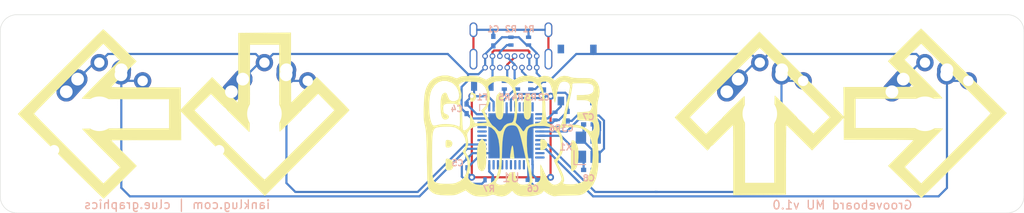
<source format=kicad_pcb>
(kicad_pcb (version 20171130) (host pcbnew "(5.1.5)-3")

  (general
    (thickness 1.6)
    (drawings 13)
    (tracks 255)
    (zones 0)
    (modules 29)
    (nets 20)
  )

  (page A4)
  (layers
    (0 F.Cu signal)
    (31 B.Cu signal)
    (32 B.Adhes user)
    (33 F.Adhes user)
    (34 B.Paste user)
    (35 F.Paste user)
    (36 B.SilkS user)
    (37 F.SilkS user hide)
    (38 B.Mask user)
    (39 F.Mask user)
    (40 Dwgs.User user)
    (41 Cmts.User user)
    (42 Eco1.User user)
    (43 Eco2.User user)
    (44 Edge.Cuts user)
    (45 Margin user)
    (46 B.CrtYd user)
    (47 F.CrtYd user)
    (48 B.Fab user)
    (49 F.Fab user)
  )

  (setup
    (last_trace_width 0.25)
    (trace_clearance 0.2)
    (zone_clearance 0.508)
    (zone_45_only no)
    (trace_min 0.2)
    (via_size 0.8)
    (via_drill 0.4)
    (via_min_size 0.4)
    (via_min_drill 0.3)
    (uvia_size 0.3)
    (uvia_drill 0.1)
    (uvias_allowed no)
    (uvia_min_size 0.2)
    (uvia_min_drill 0.1)
    (edge_width 0.05)
    (segment_width 0.2)
    (pcb_text_width 0.3)
    (pcb_text_size 1.5 1.5)
    (mod_edge_width 0.12)
    (mod_text_size 1 1)
    (mod_text_width 0.15)
    (pad_size 1.524 1.524)
    (pad_drill 0.762)
    (pad_to_mask_clearance 0)
    (aux_axis_origin 0 0)
    (grid_origin 54.737 24.765)
    (visible_elements 7FFFFFFF)
    (pcbplotparams
      (layerselection 0x010fc_ffffffff)
      (usegerberextensions true)
      (usegerberattributes false)
      (usegerberadvancedattributes false)
      (creategerberjobfile false)
      (excludeedgelayer true)
      (linewidth 0.100000)
      (plotframeref false)
      (viasonmask false)
      (mode 1)
      (useauxorigin false)
      (hpglpennumber 1)
      (hpglpenspeed 20)
      (hpglpendiameter 15.000000)
      (psnegative false)
      (psa4output false)
      (plotreference true)
      (plotvalue false)
      (plotinvisibletext false)
      (padsonsilk false)
      (subtractmaskfromsilk true)
      (outputformat 1)
      (mirror false)
      (drillshape 0)
      (scaleselection 1)
      (outputdirectory ""))
  )

  (net 0 "")
  (net 1 "Net-(C1-Pad1)")
  (net 2 GND)
  (net 3 VCC)
  (net 4 "Net-(C7-Pad2)")
  (net 5 "Net-(F1-Pad2)")
  (net 6 "Net-(J1-PadA5)")
  (net 7 "Net-(J1-PadA6)")
  (net 8 "Net-(J1-PadA7)")
  (net 9 "Net-(J1-PadB5)")
  (net 10 RST)
  (net 11 MX1)
  (net 12 MX2)
  (net 13 MX3)
  (net 14 MX4)
  (net 15 D-)
  (net 16 D+)
  (net 17 "Net-(R7-Pad2)")
  (net 18 "Net-(C2-Pad1)")
  (net 19 "Net-(C8-Pad2)")

  (net_class Default "This is the default net class."
    (clearance 0.2)
    (trace_width 0.25)
    (via_dia 0.8)
    (via_drill 0.4)
    (uvia_dia 0.3)
    (uvia_drill 0.1)
    (add_net D+)
    (add_net D-)
    (add_net GND)
    (add_net MX1)
    (add_net MX2)
    (add_net MX3)
    (add_net MX4)
    (add_net "Net-(C1-Pad1)")
    (add_net "Net-(C2-Pad1)")
    (add_net "Net-(C7-Pad2)")
    (add_net "Net-(C8-Pad2)")
    (add_net "Net-(F1-Pad2)")
    (add_net "Net-(J1-PadA5)")
    (add_net "Net-(J1-PadA6)")
    (add_net "Net-(J1-PadA7)")
    (add_net "Net-(J1-PadB5)")
    (add_net "Net-(R7-Pad2)")
    (add_net RST)
    (add_net VCC)
  )

  (module Type-C:USB_C_GCT_USB4085 (layer F.Cu) (tedit 60957D1C) (tstamp 6095D76F)
    (at 98.552 22.86 180)
    (path /60958AC4)
    (fp_text reference J1 (at 0 1.85 180) (layer F.SilkS) hide
      (effects (font (size 1 1) (thickness 0.15)))
    )
    (fp_text value USB_C_Receptacle_USB2.0 (at 0 0.85 180) (layer F.Fab)
      (effects (font (size 1 1) (thickness 0.15)))
    )
    (pad S1 thru_hole oval (at 4.325 -1.74 180) (size 0.9 1.7) (drill oval 0.6 1.4) (layers *.Cu *.Mask)
      (net 1 "Net-(C1-Pad1)"))
    (pad S1 thru_hole oval (at -4.325 -1.74 180) (size 0.9 1.7) (drill oval 0.6 1.4) (layers *.Cu *.Mask)
      (net 1 "Net-(C1-Pad1)"))
    (pad S1 thru_hole oval (at 4.325 -5.12 180) (size 0.9 2.4) (drill oval 0.6 2.1) (layers *.Cu *.Mask)
      (net 1 "Net-(C1-Pad1)"))
    (pad S1 thru_hole oval (at -4.325 -5.12 180) (size 0.9 2.4) (drill oval 0.6 2.1) (layers *.Cu *.Mask)
      (net 1 "Net-(C1-Pad1)"))
    (pad B1 thru_hole circle (at 2.98 -4.775 180) (size 0.65 0.65) (drill 0.4) (layers *.Cu *.Mask)
      (net 2 GND))
    (pad B4 thru_hole circle (at 2.13 -4.775 180) (size 0.65 0.65) (drill 0.4) (layers *.Cu *.Mask)
      (net 5 "Net-(F1-Pad2)"))
    (pad B5 thru_hole circle (at 1.28 -4.775 180) (size 0.65 0.65) (drill 0.4) (layers *.Cu *.Mask)
      (net 9 "Net-(J1-PadB5)"))
    (pad B6 thru_hole circle (at 0.43 -4.775 180) (size 0.65 0.65) (drill 0.4) (layers *.Cu *.Mask)
      (net 7 "Net-(J1-PadA6)"))
    (pad B7 thru_hole circle (at -0.42 -4.775 180) (size 0.65 0.65) (drill 0.4) (layers *.Cu *.Mask)
      (net 8 "Net-(J1-PadA7)"))
    (pad B8 thru_hole circle (at -1.27 -4.775 180) (size 0.65 0.65) (drill 0.4) (layers *.Cu *.Mask))
    (pad B9 thru_hole circle (at -2.12 -4.775 180) (size 0.65 0.65) (drill 0.4) (layers *.Cu *.Mask)
      (net 5 "Net-(F1-Pad2)"))
    (pad B12 thru_hole circle (at -2.975 -4.775 180) (size 0.65 0.65) (drill 0.4) (layers *.Cu *.Mask)
      (net 2 GND))
    (pad A12 thru_hole circle (at 2.975 -6.1 180) (size 0.65 0.65) (drill 0.4) (layers *.Cu *.Mask)
      (net 2 GND))
    (pad A9 thru_hole circle (at 2.125 -6.1 180) (size 0.65 0.65) (drill 0.4) (layers *.Cu *.Mask)
      (net 5 "Net-(F1-Pad2)"))
    (pad A8 thru_hole circle (at 1.275 -6.1 180) (size 0.65 0.65) (drill 0.4) (layers *.Cu *.Mask))
    (pad A7 thru_hole circle (at 0.425 -6.1 180) (size 0.65 0.65) (drill 0.4) (layers *.Cu *.Mask)
      (net 8 "Net-(J1-PadA7)"))
    (pad A6 thru_hole circle (at -0.425 -6.1 180) (size 0.65 0.65) (drill 0.4) (layers *.Cu *.Mask)
      (net 7 "Net-(J1-PadA6)"))
    (pad A4 thru_hole circle (at -2.125 -6.1 180) (size 0.65 0.65) (drill 0.4) (layers *.Cu *.Mask)
      (net 5 "Net-(F1-Pad2)"))
    (pad A1 thru_hole circle (at -2.975 -6.1 180) (size 0.65 0.65) (drill 0.4) (layers *.Cu *.Mask)
      (net 2 GND))
    (pad A5 thru_hole circle (at -1.275 -6.1 180) (size 0.65 0.65) (drill 0.4) (layers *.Cu *.Mask)
      (net 6 "Net-(J1-PadA5)"))
  )

  (module grooveboard:left-arrow (layer F.Cu) (tedit 0) (tstamp 609533BD)
    (at 146.287 34.265 180)
    (fp_text reference G*** (at 0 0) (layer F.SilkS) hide
      (effects (font (size 1.524 1.524) (thickness 0.3)))
    )
    (fp_text value LOGO (at 0.75 0) (layer F.SilkS) hide
      (effects (font (size 1.524 1.524) (thickness 0.3)))
    )
    (fp_poly (pts (xy 0.457711 -9.670313) (xy 0.644569 -9.505181) (xy 0.924014 -9.246605) (xy 1.280153 -8.909541)
      (xy 1.697092 -8.508941) (xy 2.158935 -8.059763) (xy 2.3407 -7.881612) (xy 4.229281 -6.026709)
      (xy 2.771537 -4.567071) (xy 2.360948 -4.154202) (xy 1.995125 -3.783001) (xy 1.691221 -3.47115)
      (xy 1.466395 -3.236335) (xy 1.337801 -3.09624) (xy 1.313921 -3.064579) (xy 1.398644 -3.055774)
      (xy 1.641202 -3.047486) (xy 2.024257 -3.03991) (xy 2.530473 -3.033239) (xy 3.142511 -3.027669)
      (xy 3.843034 -3.023394) (xy 4.614706 -3.02061) (xy 5.320989 -3.019556) (xy 9.327931 -3.017388)
      (xy 9.350962 0.024064) (xy 9.373994 3.065517) (xy 5.343893 3.065517) (xy 4.522529 3.06609)
      (xy 3.757379 3.067731) (xy 3.065729 3.070324) (xy 2.464867 3.073751) (xy 1.972079 3.077895)
      (xy 1.604652 3.08264) (xy 1.379873 3.087868) (xy 1.313793 3.092784) (xy 1.37314 3.159518)
      (xy 1.539748 3.332184) (xy 1.796469 3.593393) (xy 2.126154 3.925756) (xy 2.511654 4.311888)
      (xy 2.780862 4.58031) (xy 4.247931 6.040569) (xy 2.365591 7.925112) (xy 1.894247 8.39498)
      (xy 1.461918 8.822073) (xy 1.084232 9.19126) (xy 0.776813 9.487411) (xy 0.555288 9.695397)
      (xy 0.435283 9.800089) (xy 0.419282 9.809655) (xy 0.348601 9.749383) (xy 0.163333 9.574776)
      (xy -0.127026 9.295148) (xy -0.512982 8.919813) (xy -0.985038 8.458083) (xy -1.5337 7.919273)
      (xy -2.149472 7.312695) (xy -2.822859 6.647665) (xy -3.544365 5.933494) (xy -4.304496 5.179497)
      (xy -4.558977 4.926724) (xy -9.473265 0.043793) (xy -9.453301 0.023866) (xy -7.597447 0.023866)
      (xy -7.534785 0.09232) (xy -7.361069 0.27163) (xy -7.088892 0.549161) (xy -6.730846 0.912273)
      (xy -6.299524 1.348328) (xy -5.807518 1.844688) (xy -5.267421 2.388715) (xy -4.691826 2.967771)
      (xy -4.093325 3.569218) (xy -3.484512 4.180417) (xy -2.877978 4.78873) (xy -2.286316 5.381519)
      (xy -1.722119 5.946145) (xy -1.19798 6.469972) (xy -0.726491 6.94036) (xy -0.320245 7.344671)
      (xy 0.008166 7.670268) (xy 0.246148 7.904511) (xy 0.38111 8.034763) (xy 0.407492 8.057754)
      (xy 0.471193 7.999953) (xy 0.637931 7.840523) (xy 0.885803 7.600617) (xy 1.192907 7.301388)
      (xy 1.366489 7.13157) (xy 2.312131 6.20521) (xy 0.105599 4.007095) (xy -0.402388 3.498317)
      (xy -0.866345 3.028368) (xy -1.272663 2.611442) (xy -1.607728 2.261737) (xy -1.857928 1.993449)
      (xy -2.009651 1.820774) (xy -2.05046 1.758455) (xy -1.955988 1.749158) (xy -1.702098 1.740414)
      (xy -1.304542 1.732382) (xy -0.779075 1.72522) (xy -0.141449 1.719085) (xy 0.592581 1.714136)
      (xy 1.407262 1.710531) (xy 2.286842 1.708428) (xy 2.985134 1.707931) (xy 7.970255 1.707931)
      (xy 7.9703 0.021896) (xy 7.970345 -1.664138) (xy 2.934138 -1.664138) (xy 2.013018 -1.665258)
      (xy 1.146289 -1.668482) (xy 0.349414 -1.673606) (xy -0.362142 -1.680427) (xy -0.972915 -1.68874)
      (xy -1.467442 -1.698343) (xy -1.830259 -1.709031) (xy -2.045902 -1.720601) (xy -2.102069 -1.730485)
      (xy -2.042246 -1.805659) (xy -1.872125 -1.989802) (xy -1.605729 -2.268475) (xy -1.257082 -2.627239)
      (xy -0.840205 -3.051653) (xy -0.369123 -3.527278) (xy 0.0872 -3.984787) (xy 2.276469 -6.172742)
      (xy 0.395987 -8.059074) (xy -3.612096 -4.051701) (xy -4.304259 -3.358293) (xy -4.957887 -2.700834)
      (xy -5.56271 -2.089826) (xy -6.108459 -1.53577) (xy -6.584865 -1.049169) (xy -6.981659 -0.640524)
      (xy -7.288571 -0.320336) (xy -7.495332 -0.099109) (xy -7.591672 0.012658) (xy -7.597447 0.023866)
      (xy -9.453301 0.023866) (xy -4.583357 -4.836892) (xy -3.815221 -5.602798) (xy -3.082349 -6.332021)
      (xy -2.394252 -7.015191) (xy -1.760441 -7.642936) (xy -1.190427 -8.205884) (xy -0.693719 -8.694665)
      (xy -0.279828 -9.099907) (xy 0.041736 -9.412237) (xy 0.261461 -9.622286) (xy 0.369838 -9.720681)
      (xy 0.379336 -9.727046) (xy 0.457711 -9.670313)) (layer F.SilkS) (width 0.01))
  )

  (module grooveboard:left-arrow (layer F.Cu) (tedit 0) (tstamp 609533A8)
    (at 127.265 34.29 270)
    (fp_text reference G*** (at 0 0 90) (layer F.SilkS) hide
      (effects (font (size 1.524 1.524) (thickness 0.3)))
    )
    (fp_text value LOGO (at 0.75 0 90) (layer F.SilkS) hide
      (effects (font (size 1.524 1.524) (thickness 0.3)))
    )
    (fp_poly (pts (xy 0.457711 -9.670313) (xy 0.644569 -9.505181) (xy 0.924014 -9.246605) (xy 1.280153 -8.909541)
      (xy 1.697092 -8.508941) (xy 2.158935 -8.059763) (xy 2.3407 -7.881612) (xy 4.229281 -6.026709)
      (xy 2.771537 -4.567071) (xy 2.360948 -4.154202) (xy 1.995125 -3.783001) (xy 1.691221 -3.47115)
      (xy 1.466395 -3.236335) (xy 1.337801 -3.09624) (xy 1.313921 -3.064579) (xy 1.398644 -3.055774)
      (xy 1.641202 -3.047486) (xy 2.024257 -3.03991) (xy 2.530473 -3.033239) (xy 3.142511 -3.027669)
      (xy 3.843034 -3.023394) (xy 4.614706 -3.02061) (xy 5.320989 -3.019556) (xy 9.327931 -3.017388)
      (xy 9.350962 0.024064) (xy 9.373994 3.065517) (xy 5.343893 3.065517) (xy 4.522529 3.06609)
      (xy 3.757379 3.067731) (xy 3.065729 3.070324) (xy 2.464867 3.073751) (xy 1.972079 3.077895)
      (xy 1.604652 3.08264) (xy 1.379873 3.087868) (xy 1.313793 3.092784) (xy 1.37314 3.159518)
      (xy 1.539748 3.332184) (xy 1.796469 3.593393) (xy 2.126154 3.925756) (xy 2.511654 4.311888)
      (xy 2.780862 4.58031) (xy 4.247931 6.040569) (xy 2.365591 7.925112) (xy 1.894247 8.39498)
      (xy 1.461918 8.822073) (xy 1.084232 9.19126) (xy 0.776813 9.487411) (xy 0.555288 9.695397)
      (xy 0.435283 9.800089) (xy 0.419282 9.809655) (xy 0.348601 9.749383) (xy 0.163333 9.574776)
      (xy -0.127026 9.295148) (xy -0.512982 8.919813) (xy -0.985038 8.458083) (xy -1.5337 7.919273)
      (xy -2.149472 7.312695) (xy -2.822859 6.647665) (xy -3.544365 5.933494) (xy -4.304496 5.179497)
      (xy -4.558977 4.926724) (xy -9.473265 0.043793) (xy -9.453301 0.023866) (xy -7.597447 0.023866)
      (xy -7.534785 0.09232) (xy -7.361069 0.27163) (xy -7.088892 0.549161) (xy -6.730846 0.912273)
      (xy -6.299524 1.348328) (xy -5.807518 1.844688) (xy -5.267421 2.388715) (xy -4.691826 2.967771)
      (xy -4.093325 3.569218) (xy -3.484512 4.180417) (xy -2.877978 4.78873) (xy -2.286316 5.381519)
      (xy -1.722119 5.946145) (xy -1.19798 6.469972) (xy -0.726491 6.94036) (xy -0.320245 7.344671)
      (xy 0.008166 7.670268) (xy 0.246148 7.904511) (xy 0.38111 8.034763) (xy 0.407492 8.057754)
      (xy 0.471193 7.999953) (xy 0.637931 7.840523) (xy 0.885803 7.600617) (xy 1.192907 7.301388)
      (xy 1.366489 7.13157) (xy 2.312131 6.20521) (xy 0.105599 4.007095) (xy -0.402388 3.498317)
      (xy -0.866345 3.028368) (xy -1.272663 2.611442) (xy -1.607728 2.261737) (xy -1.857928 1.993449)
      (xy -2.009651 1.820774) (xy -2.05046 1.758455) (xy -1.955988 1.749158) (xy -1.702098 1.740414)
      (xy -1.304542 1.732382) (xy -0.779075 1.72522) (xy -0.141449 1.719085) (xy 0.592581 1.714136)
      (xy 1.407262 1.710531) (xy 2.286842 1.708428) (xy 2.985134 1.707931) (xy 7.970255 1.707931)
      (xy 7.9703 0.021896) (xy 7.970345 -1.664138) (xy 2.934138 -1.664138) (xy 2.013018 -1.665258)
      (xy 1.146289 -1.668482) (xy 0.349414 -1.673606) (xy -0.362142 -1.680427) (xy -0.972915 -1.68874)
      (xy -1.467442 -1.698343) (xy -1.830259 -1.709031) (xy -2.045902 -1.720601) (xy -2.102069 -1.730485)
      (xy -2.042246 -1.805659) (xy -1.872125 -1.989802) (xy -1.605729 -2.268475) (xy -1.257082 -2.627239)
      (xy -0.840205 -3.051653) (xy -0.369123 -3.527278) (xy 0.0872 -3.984787) (xy 2.276469 -6.172742)
      (xy 0.395987 -8.059074) (xy -3.612096 -4.051701) (xy -4.304259 -3.358293) (xy -4.957887 -2.700834)
      (xy -5.56271 -2.089826) (xy -6.108459 -1.53577) (xy -6.584865 -1.049169) (xy -6.981659 -0.640524)
      (xy -7.288571 -0.320336) (xy -7.495332 -0.099109) (xy -7.591672 0.012658) (xy -7.597447 0.023866)
      (xy -9.453301 0.023866) (xy -4.583357 -4.836892) (xy -3.815221 -5.602798) (xy -3.082349 -6.332021)
      (xy -2.394252 -7.015191) (xy -1.760441 -7.642936) (xy -1.190427 -8.205884) (xy -0.693719 -8.694665)
      (xy -0.279828 -9.099907) (xy 0.041736 -9.412237) (xy 0.261461 -9.622286) (xy 0.369838 -9.720681)
      (xy 0.379336 -9.727046) (xy 0.457711 -9.670313)) (layer F.SilkS) (width 0.01))
  )

  (module grooveboard:left-arrow (layer F.Cu) (tedit 0) (tstamp 60953207)
    (at 70.112 34.29 90)
    (fp_text reference G*** (at 0 0 90) (layer F.SilkS) hide
      (effects (font (size 1.524 1.524) (thickness 0.3)))
    )
    (fp_text value LOGO (at 0.75 0 90) (layer F.SilkS) hide
      (effects (font (size 1.524 1.524) (thickness 0.3)))
    )
    (fp_poly (pts (xy 0.457711 -9.670313) (xy 0.644569 -9.505181) (xy 0.924014 -9.246605) (xy 1.280153 -8.909541)
      (xy 1.697092 -8.508941) (xy 2.158935 -8.059763) (xy 2.3407 -7.881612) (xy 4.229281 -6.026709)
      (xy 2.771537 -4.567071) (xy 2.360948 -4.154202) (xy 1.995125 -3.783001) (xy 1.691221 -3.47115)
      (xy 1.466395 -3.236335) (xy 1.337801 -3.09624) (xy 1.313921 -3.064579) (xy 1.398644 -3.055774)
      (xy 1.641202 -3.047486) (xy 2.024257 -3.03991) (xy 2.530473 -3.033239) (xy 3.142511 -3.027669)
      (xy 3.843034 -3.023394) (xy 4.614706 -3.02061) (xy 5.320989 -3.019556) (xy 9.327931 -3.017388)
      (xy 9.350962 0.024064) (xy 9.373994 3.065517) (xy 5.343893 3.065517) (xy 4.522529 3.06609)
      (xy 3.757379 3.067731) (xy 3.065729 3.070324) (xy 2.464867 3.073751) (xy 1.972079 3.077895)
      (xy 1.604652 3.08264) (xy 1.379873 3.087868) (xy 1.313793 3.092784) (xy 1.37314 3.159518)
      (xy 1.539748 3.332184) (xy 1.796469 3.593393) (xy 2.126154 3.925756) (xy 2.511654 4.311888)
      (xy 2.780862 4.58031) (xy 4.247931 6.040569) (xy 2.365591 7.925112) (xy 1.894247 8.39498)
      (xy 1.461918 8.822073) (xy 1.084232 9.19126) (xy 0.776813 9.487411) (xy 0.555288 9.695397)
      (xy 0.435283 9.800089) (xy 0.419282 9.809655) (xy 0.348601 9.749383) (xy 0.163333 9.574776)
      (xy -0.127026 9.295148) (xy -0.512982 8.919813) (xy -0.985038 8.458083) (xy -1.5337 7.919273)
      (xy -2.149472 7.312695) (xy -2.822859 6.647665) (xy -3.544365 5.933494) (xy -4.304496 5.179497)
      (xy -4.558977 4.926724) (xy -9.473265 0.043793) (xy -9.453301 0.023866) (xy -7.597447 0.023866)
      (xy -7.534785 0.09232) (xy -7.361069 0.27163) (xy -7.088892 0.549161) (xy -6.730846 0.912273)
      (xy -6.299524 1.348328) (xy -5.807518 1.844688) (xy -5.267421 2.388715) (xy -4.691826 2.967771)
      (xy -4.093325 3.569218) (xy -3.484512 4.180417) (xy -2.877978 4.78873) (xy -2.286316 5.381519)
      (xy -1.722119 5.946145) (xy -1.19798 6.469972) (xy -0.726491 6.94036) (xy -0.320245 7.344671)
      (xy 0.008166 7.670268) (xy 0.246148 7.904511) (xy 0.38111 8.034763) (xy 0.407492 8.057754)
      (xy 0.471193 7.999953) (xy 0.637931 7.840523) (xy 0.885803 7.600617) (xy 1.192907 7.301388)
      (xy 1.366489 7.13157) (xy 2.312131 6.20521) (xy 0.105599 4.007095) (xy -0.402388 3.498317)
      (xy -0.866345 3.028368) (xy -1.272663 2.611442) (xy -1.607728 2.261737) (xy -1.857928 1.993449)
      (xy -2.009651 1.820774) (xy -2.05046 1.758455) (xy -1.955988 1.749158) (xy -1.702098 1.740414)
      (xy -1.304542 1.732382) (xy -0.779075 1.72522) (xy -0.141449 1.719085) (xy 0.592581 1.714136)
      (xy 1.407262 1.710531) (xy 2.286842 1.708428) (xy 2.985134 1.707931) (xy 7.970255 1.707931)
      (xy 7.9703 0.021896) (xy 7.970345 -1.664138) (xy 2.934138 -1.664138) (xy 2.013018 -1.665258)
      (xy 1.146289 -1.668482) (xy 0.349414 -1.673606) (xy -0.362142 -1.680427) (xy -0.972915 -1.68874)
      (xy -1.467442 -1.698343) (xy -1.830259 -1.709031) (xy -2.045902 -1.720601) (xy -2.102069 -1.730485)
      (xy -2.042246 -1.805659) (xy -1.872125 -1.989802) (xy -1.605729 -2.268475) (xy -1.257082 -2.627239)
      (xy -0.840205 -3.051653) (xy -0.369123 -3.527278) (xy 0.0872 -3.984787) (xy 2.276469 -6.172742)
      (xy 0.395987 -8.059074) (xy -3.612096 -4.051701) (xy -4.304259 -3.358293) (xy -4.957887 -2.700834)
      (xy -5.56271 -2.089826) (xy -6.108459 -1.53577) (xy -6.584865 -1.049169) (xy -6.981659 -0.640524)
      (xy -7.288571 -0.320336) (xy -7.495332 -0.099109) (xy -7.591672 0.012658) (xy -7.597447 0.023866)
      (xy -9.453301 0.023866) (xy -4.583357 -4.836892) (xy -3.815221 -5.602798) (xy -3.082349 -6.332021)
      (xy -2.394252 -7.015191) (xy -1.760441 -7.642936) (xy -1.190427 -8.205884) (xy -0.693719 -8.694665)
      (xy -0.279828 -9.099907) (xy 0.041736 -9.412237) (xy 0.261461 -9.622286) (xy 0.369838 -9.720681)
      (xy 0.379336 -9.727046) (xy 0.457711 -9.670313)) (layer F.SilkS) (width 0.01))
  )

  (module grooveboard:left-arrow (layer F.Cu) (tedit 0) (tstamp 60952E55)
    (at 51.137 34.265)
    (fp_text reference G*** (at 0 0) (layer F.SilkS) hide
      (effects (font (size 1.524 1.524) (thickness 0.3)))
    )
    (fp_text value LOGO (at 0.75 0) (layer F.SilkS) hide
      (effects (font (size 1.524 1.524) (thickness 0.3)))
    )
    (fp_poly (pts (xy 0.457711 -9.670313) (xy 0.644569 -9.505181) (xy 0.924014 -9.246605) (xy 1.280153 -8.909541)
      (xy 1.697092 -8.508941) (xy 2.158935 -8.059763) (xy 2.3407 -7.881612) (xy 4.229281 -6.026709)
      (xy 2.771537 -4.567071) (xy 2.360948 -4.154202) (xy 1.995125 -3.783001) (xy 1.691221 -3.47115)
      (xy 1.466395 -3.236335) (xy 1.337801 -3.09624) (xy 1.313921 -3.064579) (xy 1.398644 -3.055774)
      (xy 1.641202 -3.047486) (xy 2.024257 -3.03991) (xy 2.530473 -3.033239) (xy 3.142511 -3.027669)
      (xy 3.843034 -3.023394) (xy 4.614706 -3.02061) (xy 5.320989 -3.019556) (xy 9.327931 -3.017388)
      (xy 9.350962 0.024064) (xy 9.373994 3.065517) (xy 5.343893 3.065517) (xy 4.522529 3.06609)
      (xy 3.757379 3.067731) (xy 3.065729 3.070324) (xy 2.464867 3.073751) (xy 1.972079 3.077895)
      (xy 1.604652 3.08264) (xy 1.379873 3.087868) (xy 1.313793 3.092784) (xy 1.37314 3.159518)
      (xy 1.539748 3.332184) (xy 1.796469 3.593393) (xy 2.126154 3.925756) (xy 2.511654 4.311888)
      (xy 2.780862 4.58031) (xy 4.247931 6.040569) (xy 2.365591 7.925112) (xy 1.894247 8.39498)
      (xy 1.461918 8.822073) (xy 1.084232 9.19126) (xy 0.776813 9.487411) (xy 0.555288 9.695397)
      (xy 0.435283 9.800089) (xy 0.419282 9.809655) (xy 0.348601 9.749383) (xy 0.163333 9.574776)
      (xy -0.127026 9.295148) (xy -0.512982 8.919813) (xy -0.985038 8.458083) (xy -1.5337 7.919273)
      (xy -2.149472 7.312695) (xy -2.822859 6.647665) (xy -3.544365 5.933494) (xy -4.304496 5.179497)
      (xy -4.558977 4.926724) (xy -9.473265 0.043793) (xy -9.453301 0.023866) (xy -7.597447 0.023866)
      (xy -7.534785 0.09232) (xy -7.361069 0.27163) (xy -7.088892 0.549161) (xy -6.730846 0.912273)
      (xy -6.299524 1.348328) (xy -5.807518 1.844688) (xy -5.267421 2.388715) (xy -4.691826 2.967771)
      (xy -4.093325 3.569218) (xy -3.484512 4.180417) (xy -2.877978 4.78873) (xy -2.286316 5.381519)
      (xy -1.722119 5.946145) (xy -1.19798 6.469972) (xy -0.726491 6.94036) (xy -0.320245 7.344671)
      (xy 0.008166 7.670268) (xy 0.246148 7.904511) (xy 0.38111 8.034763) (xy 0.407492 8.057754)
      (xy 0.471193 7.999953) (xy 0.637931 7.840523) (xy 0.885803 7.600617) (xy 1.192907 7.301388)
      (xy 1.366489 7.13157) (xy 2.312131 6.20521) (xy 0.105599 4.007095) (xy -0.402388 3.498317)
      (xy -0.866345 3.028368) (xy -1.272663 2.611442) (xy -1.607728 2.261737) (xy -1.857928 1.993449)
      (xy -2.009651 1.820774) (xy -2.05046 1.758455) (xy -1.955988 1.749158) (xy -1.702098 1.740414)
      (xy -1.304542 1.732382) (xy -0.779075 1.72522) (xy -0.141449 1.719085) (xy 0.592581 1.714136)
      (xy 1.407262 1.710531) (xy 2.286842 1.708428) (xy 2.985134 1.707931) (xy 7.970255 1.707931)
      (xy 7.9703 0.021896) (xy 7.970345 -1.664138) (xy 2.934138 -1.664138) (xy 2.013018 -1.665258)
      (xy 1.146289 -1.668482) (xy 0.349414 -1.673606) (xy -0.362142 -1.680427) (xy -0.972915 -1.68874)
      (xy -1.467442 -1.698343) (xy -1.830259 -1.709031) (xy -2.045902 -1.720601) (xy -2.102069 -1.730485)
      (xy -2.042246 -1.805659) (xy -1.872125 -1.989802) (xy -1.605729 -2.268475) (xy -1.257082 -2.627239)
      (xy -0.840205 -3.051653) (xy -0.369123 -3.527278) (xy 0.0872 -3.984787) (xy 2.276469 -6.172742)
      (xy 0.395987 -8.059074) (xy -3.612096 -4.051701) (xy -4.304259 -3.358293) (xy -4.957887 -2.700834)
      (xy -5.56271 -2.089826) (xy -6.108459 -1.53577) (xy -6.584865 -1.049169) (xy -6.981659 -0.640524)
      (xy -7.288571 -0.320336) (xy -7.495332 -0.099109) (xy -7.591672 0.012658) (xy -7.597447 0.023866)
      (xy -9.453301 0.023866) (xy -4.583357 -4.836892) (xy -3.815221 -5.602798) (xy -3.082349 -6.332021)
      (xy -2.394252 -7.015191) (xy -1.760441 -7.642936) (xy -1.190427 -8.205884) (xy -0.693719 -8.694665)
      (xy -0.279828 -9.099907) (xy 0.041736 -9.412237) (xy 0.261461 -9.622286) (xy 0.369838 -9.720681)
      (xy 0.379336 -9.727046) (xy 0.457711 -9.670313)) (layer F.SilkS) (width 0.01))
  )

  (module kicad-open-modules:TS-1187A-B-A-B (layer B.Cu) (tedit 6092FA0C) (tstamp 60933D82)
    (at 106.187 29.815 90)
    (path /6095CDAF)
    (fp_text reference SW1 (at 0.032 -3.163 270) (layer B.SilkS) hide
      (effects (font (size 0.5 0.5) (thickness 0.12)) (justify mirror))
    )
    (fp_text value SW_Push (at 0 0 270) (layer B.Fab)
      (effects (font (size 0.5 0.5) (thickness 0.12)) (justify mirror))
    )
    (pad 2 smd rect (at -3 -1.875 90) (size 1 0.75) (layers B.Cu B.Paste B.Mask)
      (net 10 RST))
    (pad 2 smd rect (at 3 -1.875 90) (size 1 0.75) (layers B.Cu B.Paste B.Mask)
      (net 10 RST))
    (pad 1 smd rect (at 3 1.875 90) (size 1 0.75) (layers B.Cu B.Paste B.Mask)
      (net 2 GND))
    (pad 1 smd rect (at -3 1.875 90) (size 1 0.75) (layers B.Cu B.Paste B.Mask)
      (net 2 GND))
  )

  (module Package_DFN_QFN:QFN-44-1EP_7x7mm_P0.5mm_EP5.2x5.2mm (layer B.Cu) (tedit 60947C78) (tstamp 60933DD4)
    (at 98.552 36.83 270)
    (descr "QFN, 44 Pin (http://ww1.microchip.com/downloads/en/DeviceDoc/2512S.pdf#page=17), generated with kicad-footprint-generator ipc_noLead_generator.py")
    (tags "QFN NoLead")
    (path /6094CE30)
    (attr smd)
    (fp_text reference U1 (at 4.826 0 180) (layer B.SilkS)
      (effects (font (size 1 1) (thickness 0.15)) (justify mirror))
    )
    (fp_text value ATmega32U4-MU (at 0 -4.82 270) (layer B.Fab)
      (effects (font (size 1 1) (thickness 0.15)) (justify mirror))
    )
    (fp_line (start 4.12 4.12) (end -4.12 4.12) (layer B.CrtYd) (width 0.05))
    (fp_line (start 4.12 -4.12) (end 4.12 4.12) (layer B.CrtYd) (width 0.05))
    (fp_line (start -4.12 -4.12) (end 4.12 -4.12) (layer B.CrtYd) (width 0.05))
    (fp_line (start -4.12 4.12) (end -4.12 -4.12) (layer B.CrtYd) (width 0.05))
    (fp_line (start -3.5 2.5) (end -2.5 3.5) (layer B.Fab) (width 0.1))
    (fp_line (start -3.5 -3.5) (end -3.5 2.5) (layer B.Fab) (width 0.1))
    (fp_line (start 3.5 -3.5) (end -3.5 -3.5) (layer B.Fab) (width 0.1))
    (fp_line (start 3.5 3.5) (end 3.5 -3.5) (layer B.Fab) (width 0.1))
    (fp_line (start -2.5 3.5) (end 3.5 3.5) (layer B.Fab) (width 0.1))
    (fp_line (start -2.885 3.61) (end -3.61 3.61) (layer B.SilkS) (width 0.12))
    (fp_line (start -3.61 3.61) (end -3.61 2.885) (layer B.SilkS) (width 0.12))
    (pad "" smd roundrect (at 1.95 -1.95 270) (size 1.05 1.05) (layers B.Paste) (roundrect_rratio 0.238095))
    (pad "" smd roundrect (at 1.95 -0.65 270) (size 1.05 1.05) (layers B.Paste) (roundrect_rratio 0.238095))
    (pad "" smd roundrect (at 1.95 0.65 270) (size 1.05 1.05) (layers B.Paste) (roundrect_rratio 0.238095))
    (pad "" smd roundrect (at 1.95 1.95 270) (size 1.05 1.05) (layers B.Paste) (roundrect_rratio 0.238095))
    (pad "" smd roundrect (at 0.65 -1.95 270) (size 1.05 1.05) (layers B.Paste) (roundrect_rratio 0.238095))
    (pad "" smd roundrect (at 0.65 -0.65 270) (size 1.05 1.05) (layers B.Paste) (roundrect_rratio 0.238095))
    (pad "" smd roundrect (at 0.65 0.65 270) (size 1.05 1.05) (layers B.Paste) (roundrect_rratio 0.238095))
    (pad "" smd roundrect (at 0.65 1.95 270) (size 1.05 1.05) (layers B.Paste) (roundrect_rratio 0.238095))
    (pad "" smd roundrect (at -0.65 -1.95 270) (size 1.05 1.05) (layers B.Paste) (roundrect_rratio 0.238095))
    (pad "" smd roundrect (at -0.65 -0.65 270) (size 1.05 1.05) (layers B.Paste) (roundrect_rratio 0.238095))
    (pad "" smd roundrect (at -0.65 0.65 270) (size 1.05 1.05) (layers B.Paste) (roundrect_rratio 0.238095))
    (pad "" smd roundrect (at -0.65 1.95 270) (size 1.05 1.05) (layers B.Paste) (roundrect_rratio 0.238095))
    (pad "" smd roundrect (at -1.95 -1.95 270) (size 1.05 1.05) (layers B.Paste) (roundrect_rratio 0.238095))
    (pad "" smd roundrect (at -1.95 -0.65 270) (size 1.05 1.05) (layers B.Paste) (roundrect_rratio 0.238095))
    (pad "" smd roundrect (at -1.95 0.65 270) (size 1.05 1.05) (layers B.Paste) (roundrect_rratio 0.238095))
    (pad "" smd roundrect (at -1.95 1.95 270) (size 1.05 1.05) (layers B.Paste) (roundrect_rratio 0.238095))
    (pad 45 smd rect (at 0 0 270) (size 5.2 5.2) (layers B.Cu B.Mask)
      (net 2 GND))
    (pad 44 smd roundrect (at -2.5 3.3375 270) (size 0.25 1.075) (layers B.Cu B.Paste B.Mask) (roundrect_rratio 0.25)
      (net 3 VCC))
    (pad 43 smd roundrect (at -2 3.3375 270) (size 0.25 1.075) (layers B.Cu B.Paste B.Mask) (roundrect_rratio 0.25)
      (net 2 GND))
    (pad 42 smd roundrect (at -1.5 3.3375 270) (size 0.25 1.075) (layers B.Cu B.Paste B.Mask) (roundrect_rratio 0.25))
    (pad 41 smd roundrect (at -1 3.3375 270) (size 0.25 1.075) (layers B.Cu B.Paste B.Mask) (roundrect_rratio 0.25))
    (pad 40 smd roundrect (at -0.5 3.3375 270) (size 0.25 1.075) (layers B.Cu B.Paste B.Mask) (roundrect_rratio 0.25))
    (pad 39 smd roundrect (at 0 3.3375 270) (size 0.25 1.075) (layers B.Cu B.Paste B.Mask) (roundrect_rratio 0.25))
    (pad 38 smd roundrect (at 0.5 3.3375 270) (size 0.25 1.075) (layers B.Cu B.Paste B.Mask) (roundrect_rratio 0.25))
    (pad 37 smd roundrect (at 1 3.3375 270) (size 0.25 1.075) (layers B.Cu B.Paste B.Mask) (roundrect_rratio 0.25)
      (net 12 MX2))
    (pad 36 smd roundrect (at 1.5 3.3375 270) (size 0.25 1.075) (layers B.Cu B.Paste B.Mask) (roundrect_rratio 0.25)
      (net 11 MX1))
    (pad 35 smd roundrect (at 2 3.3375 270) (size 0.25 1.075) (layers B.Cu B.Paste B.Mask) (roundrect_rratio 0.25)
      (net 2 GND))
    (pad 34 smd roundrect (at 2.5 3.3375 270) (size 0.25 1.075) (layers B.Cu B.Paste B.Mask) (roundrect_rratio 0.25)
      (net 3 VCC))
    (pad 33 smd roundrect (at 3.3375 2.5 270) (size 1.075 0.25) (layers B.Cu B.Paste B.Mask) (roundrect_rratio 0.25)
      (net 17 "Net-(R7-Pad2)"))
    (pad 32 smd roundrect (at 3.3375 2 270) (size 1.075 0.25) (layers B.Cu B.Paste B.Mask) (roundrect_rratio 0.25))
    (pad 31 smd roundrect (at 3.3375 1.5 270) (size 1.075 0.25) (layers B.Cu B.Paste B.Mask) (roundrect_rratio 0.25))
    (pad 30 smd roundrect (at 3.3375 1 270) (size 1.075 0.25) (layers B.Cu B.Paste B.Mask) (roundrect_rratio 0.25))
    (pad 29 smd roundrect (at 3.3375 0.5 270) (size 1.075 0.25) (layers B.Cu B.Paste B.Mask) (roundrect_rratio 0.25))
    (pad 28 smd roundrect (at 3.3375 0 270) (size 1.075 0.25) (layers B.Cu B.Paste B.Mask) (roundrect_rratio 0.25))
    (pad 27 smd roundrect (at 3.3375 -0.5 270) (size 1.075 0.25) (layers B.Cu B.Paste B.Mask) (roundrect_rratio 0.25))
    (pad 26 smd roundrect (at 3.3375 -1 270) (size 1.075 0.25) (layers B.Cu B.Paste B.Mask) (roundrect_rratio 0.25))
    (pad 25 smd roundrect (at 3.3375 -1.5 270) (size 1.075 0.25) (layers B.Cu B.Paste B.Mask) (roundrect_rratio 0.25))
    (pad 24 smd roundrect (at 3.3375 -2 270) (size 1.075 0.25) (layers B.Cu B.Paste B.Mask) (roundrect_rratio 0.25)
      (net 3 VCC))
    (pad 23 smd roundrect (at 3.3375 -2.5 270) (size 1.075 0.25) (layers B.Cu B.Paste B.Mask) (roundrect_rratio 0.25)
      (net 2 GND))
    (pad 22 smd roundrect (at 2.5 -3.3375 270) (size 0.25 1.075) (layers B.Cu B.Paste B.Mask) (roundrect_rratio 0.25))
    (pad 21 smd roundrect (at 2 -3.3375 270) (size 0.25 1.075) (layers B.Cu B.Paste B.Mask) (roundrect_rratio 0.25))
    (pad 20 smd roundrect (at 1.5 -3.3375 270) (size 0.25 1.075) (layers B.Cu B.Paste B.Mask) (roundrect_rratio 0.25)
      (net 14 MX4))
    (pad 19 smd roundrect (at 1 -3.3375 270) (size 0.25 1.075) (layers B.Cu B.Paste B.Mask) (roundrect_rratio 0.25)
      (net 13 MX3))
    (pad 18 smd roundrect (at 0.5 -3.3375 270) (size 0.25 1.075) (layers B.Cu B.Paste B.Mask) (roundrect_rratio 0.25))
    (pad 17 smd roundrect (at 0 -3.3375 270) (size 0.25 1.075) (layers B.Cu B.Paste B.Mask) (roundrect_rratio 0.25)
      (net 19 "Net-(C8-Pad2)"))
    (pad 16 smd roundrect (at -0.5 -3.3375 270) (size 0.25 1.075) (layers B.Cu B.Paste B.Mask) (roundrect_rratio 0.25)
      (net 4 "Net-(C7-Pad2)"))
    (pad 15 smd roundrect (at -1 -3.3375 270) (size 0.25 1.075) (layers B.Cu B.Paste B.Mask) (roundrect_rratio 0.25)
      (net 2 GND))
    (pad 14 smd roundrect (at -1.5 -3.3375 270) (size 0.25 1.075) (layers B.Cu B.Paste B.Mask) (roundrect_rratio 0.25)
      (net 3 VCC))
    (pad 13 smd roundrect (at -2 -3.3375 270) (size 0.25 1.075) (layers B.Cu B.Paste B.Mask) (roundrect_rratio 0.25)
      (net 10 RST))
    (pad 12 smd roundrect (at -2.5 -3.3375 270) (size 0.25 1.075) (layers B.Cu B.Paste B.Mask) (roundrect_rratio 0.25))
    (pad 11 smd roundrect (at -3.3375 -2.5 270) (size 1.075 0.25) (layers B.Cu B.Paste B.Mask) (roundrect_rratio 0.25))
    (pad 10 smd roundrect (at -3.3375 -2 270) (size 1.075 0.25) (layers B.Cu B.Paste B.Mask) (roundrect_rratio 0.25))
    (pad 9 smd roundrect (at -3.3375 -1.5 270) (size 1.075 0.25) (layers B.Cu B.Paste B.Mask) (roundrect_rratio 0.25))
    (pad 8 smd roundrect (at -3.3375 -1 270) (size 1.075 0.25) (layers B.Cu B.Paste B.Mask) (roundrect_rratio 0.25))
    (pad 7 smd roundrect (at -3.3375 -0.5 270) (size 1.075 0.25) (layers B.Cu B.Paste B.Mask) (roundrect_rratio 0.25)
      (net 3 VCC))
    (pad 6 smd roundrect (at -3.3375 0 270) (size 1.075 0.25) (layers B.Cu B.Paste B.Mask) (roundrect_rratio 0.25)
      (net 18 "Net-(C2-Pad1)"))
    (pad 5 smd roundrect (at -3.3375 0.5 270) (size 1.075 0.25) (layers B.Cu B.Paste B.Mask) (roundrect_rratio 0.25)
      (net 2 GND))
    (pad 4 smd roundrect (at -3.3375 1 270) (size 1.075 0.25) (layers B.Cu B.Paste B.Mask) (roundrect_rratio 0.25)
      (net 16 D+))
    (pad 3 smd roundrect (at -3.3375 1.5 270) (size 1.075 0.25) (layers B.Cu B.Paste B.Mask) (roundrect_rratio 0.25)
      (net 15 D-))
    (pad 2 smd roundrect (at -3.3375 2 270) (size 1.075 0.25) (layers B.Cu B.Paste B.Mask) (roundrect_rratio 0.25)
      (net 3 VCC))
    (pad 1 smd roundrect (at -3.3375 2.5 270) (size 1.075 0.25) (layers B.Cu B.Paste B.Mask) (roundrect_rratio 0.25))
    (model ${KISYS3DMOD}/Package_DFN_QFN.3dshapes/QFN-44-1EP_7x7mm_P0.5mm_EP5.2x5.2mm.wrl
      (at (xyz 0 0 0))
      (scale (xyz 1 1 1))
      (rotate (xyz 0 0 0))
    )
  )

  (module grooveboard:grooveboard-logo (layer F.Cu) (tedit 0) (tstamp 6094D77C)
    (at 98.537 36.915)
    (fp_text reference G*** (at 0 0) (layer F.SilkS) hide
      (effects (font (size 1.524 1.524) (thickness 0.3)))
    )
    (fp_text value LOGO (at 0.75 0) (layer F.SilkS) hide
      (effects (font (size 1.524 1.524) (thickness 0.3)))
    )
    (fp_poly (pts (xy -4.194347 -4.97887) (xy -4.034729 -4.801334) (xy -4.002426 -4.554813) (xy -4.078402 -4.299771)
      (xy -4.243621 -4.09667) (xy -4.47905 -4.005974) (xy -4.500824 -4.005384) (xy -4.610002 -4.030786)
      (xy -4.666871 -4.137528) (xy -4.687492 -4.371417) (xy -4.689231 -4.542692) (xy -4.667706 -4.887741)
      (xy -4.588423 -5.060141) (xy -4.429318 -5.079336) (xy -4.194347 -4.97887)) (layer F.SilkS) (width 0.01))
    (fp_poly (pts (xy 2.187993 -4.862096) (xy 2.216043 -4.82772) (xy 2.271054 -4.653707) (xy 2.311594 -4.334441)
      (xy 2.337035 -3.91956) (xy 2.346744 -3.458705) (xy 2.340094 -3.001516) (xy 2.316452 -2.597633)
      (xy 2.27519 -2.296695) (xy 2.249341 -2.204436) (xy 2.09329 -1.99966) (xy 1.881419 -1.950995)
      (xy 1.675618 -2.058604) (xy 1.578758 -2.202673) (xy 1.521733 -2.436736) (xy 1.485262 -2.805618)
      (xy 1.469061 -3.253124) (xy 1.472842 -3.72306) (xy 1.496321 -4.159232) (xy 1.539213 -4.505444)
      (xy 1.591394 -4.688365) (xy 1.772325 -4.903409) (xy 1.988786 -4.965245) (xy 2.187993 -4.862096)) (layer F.SilkS) (width 0.01))
    (fp_poly (pts (xy -1.050192 -4.903626) (xy -0.955646 -4.794509) (xy -0.892843 -4.665697) (xy -0.85537 -4.477352)
      (xy -0.83681 -4.189633) (xy -0.830747 -3.762701) (xy -0.830385 -3.538647) (xy -0.842866 -2.920476)
      (xy -0.884329 -2.474668) (xy -0.9608 -2.179554) (xy -1.078305 -2.013466) (xy -1.242873 -1.954736)
      (xy -1.271185 -1.953846) (xy -1.458686 -2.03004) (xy -1.620247 -2.197069) (xy -1.691346 -2.342974)
      (xy -1.734599 -2.543936) (xy -1.753595 -2.839591) (xy -1.751928 -3.269578) (xy -1.743983 -3.562679)
      (xy -1.724778 -4.056551) (xy -1.69918 -4.395416) (xy -1.659521 -4.619648) (xy -1.598133 -4.769622)
      (xy -1.507347 -4.88571) (xy -1.489177 -4.904242) (xy -1.27 -5.123419) (xy -1.050192 -4.903626)) (layer F.SilkS) (width 0.01))
    (fp_poly (pts (xy -6.93913 0.458823) (xy -6.769603 0.655177) (xy -6.740769 0.830385) (xy -6.819409 1.098342)
      (xy -7.046307 1.245048) (xy -7.248769 1.27) (xy -7.417122 1.255414) (xy -7.496872 1.176421)
      (xy -7.520905 0.980166) (xy -7.522308 0.830385) (xy -7.513232 0.559818) (xy -7.464081 0.431649)
      (xy -7.341966 0.393023) (xy -7.248769 0.390769) (xy -6.93913 0.458823)) (layer F.SilkS) (width 0.01))
    (fp_poly (pts (xy -6.97808 2.620228) (xy -6.743668 2.827032) (xy -6.613177 3.109596) (xy -6.603205 3.417104)
      (xy -6.730351 3.698737) (xy -6.87751 3.832927) (xy -7.070972 3.895042) (xy -7.302896 3.89797)
      (xy -7.45718 3.842564) (xy -7.491079 3.717632) (xy -7.514634 3.456864) (xy -7.522308 3.158718)
      (xy -7.517036 2.822192) (xy -7.490567 2.636534) (xy -7.426916 2.557298) (xy -7.3101 2.540036)
      (xy -7.299814 2.54) (xy -6.97808 2.620228)) (layer F.SilkS) (width 0.01))
    (fp_poly (pts (xy 7.41302 0.579218) (xy 7.599268 0.856041) (xy 7.672159 1.020849) (xy 7.768732 1.418079)
      (xy 7.812373 1.9187) (xy 7.805743 2.459594) (xy 7.751506 2.977647) (xy 7.652324 3.409743)
      (xy 7.562575 3.618836) (xy 7.377194 3.853375) (xy 7.179335 3.981431) (xy 7.151015 3.987756)
      (xy 7.074713 3.994273) (xy 7.019025 3.970937) (xy 6.980704 3.891639) (xy 6.956504 3.730272)
      (xy 6.943181 3.460728) (xy 6.937487 3.056899) (xy 6.936177 2.492677) (xy 6.936154 2.259483)
      (xy 6.941336 1.63333) (xy 6.956043 1.114797) (xy 6.979011 0.727875) (xy 7.008979 0.496554)
      (xy 7.031827 0.440863) (xy 7.212863 0.430852) (xy 7.41302 0.579218)) (layer F.SilkS) (width 0.01))
    (fp_poly (pts (xy 3.925575 0.407543) (xy 3.983647 0.445155) (xy 4.164718 0.672761) (xy 4.205737 0.956436)
      (xy 4.125058 1.237944) (xy 3.941033 1.459047) (xy 3.672016 1.561508) (xy 3.631346 1.563077)
      (xy 3.459732 1.55346) (xy 3.411076 1.538654) (xy 3.405832 1.433387) (xy 3.402911 1.202057)
      (xy 3.402366 0.91397) (xy 3.404248 0.638435) (xy 3.408609 0.444759) (xy 3.41024 0.415193)
      (xy 3.494374 0.311172) (xy 3.685357 0.309626) (xy 3.925575 0.407543)) (layer F.SilkS) (width 0.01))
    (fp_poly (pts (xy 0.222317 1.069676) (xy 0.276589 1.294739) (xy 0.329493 1.707591) (xy 0.341981 1.831731)
      (xy 0.410599 2.54) (xy 0.145361 2.54) (xy -0.012475 2.529694) (xy -0.08133 2.464862)
      (xy -0.083169 2.294637) (xy -0.055008 2.075962) (xy 0.028016 1.535545) (xy 0.100359 1.188646)
      (xy 0.16435 1.033834) (xy 0.222317 1.069676)) (layer F.SilkS) (width 0.01))
    (fp_poly (pts (xy -3.077308 0.518332) (xy -2.97886 0.638066) (xy -2.911175 0.762453) (xy -2.868504 0.928973)
      (xy -2.845097 1.17511) (xy -2.835207 1.538346) (xy -2.833084 2.056161) (xy -2.833077 2.110684)
      (xy -2.839675 2.715183) (xy -2.861424 3.156267) (xy -2.901253 3.465525) (xy -2.962094 3.674545)
      (xy -2.982124 3.717159) (xy -3.172976 3.947568) (xy -3.398128 3.987222) (xy -3.640758 3.833946)
      (xy -3.667282 3.805779) (xy -3.764227 3.648964) (xy -3.82945 3.406216) (xy -3.871681 3.035489)
      (xy -3.889565 2.735177) (xy -3.903969 1.949909) (xy -3.861762 1.336088) (xy -3.760522 0.877441)
      (xy -3.597827 0.557693) (xy -3.558341 0.509697) (xy -3.321538 0.244231) (xy -3.077308 0.518332)) (layer F.SilkS) (width 0.01))
    (fp_poly (pts (xy -7.274324 -7.041599) (xy -6.721528 -6.896472) (xy -6.629572 -6.854245) (xy -6.373771 -6.737157)
      (xy -6.21156 -6.708475) (xy -6.064435 -6.764098) (xy -5.975334 -6.820053) (xy -5.797848 -6.902456)
      (xy -5.542512 -6.953676) (xy -5.167872 -6.979261) (xy -4.742373 -6.985) (xy -4.252461 -6.977684)
      (xy -3.900423 -6.949809) (xy -3.629099 -6.892481) (xy -3.381328 -6.796806) (xy -3.308296 -6.76189)
      (xy -2.855439 -6.53878) (xy -2.477912 -6.76189) (xy -2.247584 -6.877427) (xy -1.999598 -6.945623)
      (xy -1.672779 -6.977709) (xy -1.262866 -6.985) (xy -0.832511 -6.97804) (xy -0.536546 -6.948679)
      (xy -0.314213 -6.884189) (xy -0.104758 -6.771848) (xy -0.037536 -6.728359) (xy 0.201388 -6.577626)
      (xy 0.346809 -6.52801) (xy 0.466993 -6.571057) (xy 0.573724 -6.652656) (xy 0.956661 -6.861229)
      (xy 1.452141 -6.990173) (xy 1.991113 -7.031968) (xy 2.504529 -6.979094) (xy 2.784638 -6.893433)
      (xy 3.03764 -6.808892) (xy 3.234624 -6.822976) (xy 3.422569 -6.903616) (xy 3.817598 -7.003976)
      (xy 4.258602 -6.969605) (xy 4.663045 -6.812942) (xy 4.826456 -6.691998) (xy 5.08 -6.457022)
      (xy 5.333544 -6.691998) (xy 5.696014 -6.909212) (xy 6.136431 -7.003842) (xy 6.573044 -6.964025)
      (xy 6.74971 -6.89749) (xy 6.965103 -6.821486) (xy 7.271111 -6.772666) (xy 7.704121 -6.747115)
      (xy 8.206716 -6.740769) (xy 8.709557 -6.737179) (xy 9.061067 -6.721969) (xy 9.305239 -6.688483)
      (xy 9.486064 -6.630063) (xy 9.647534 -6.540051) (xy 9.681514 -6.517578) (xy 9.990313 -6.197839)
      (xy 10.183942 -5.753711) (xy 10.254451 -5.224146) (xy 10.193891 -4.648091) (xy 10.118813 -4.375145)
      (xy 10.029196 -3.983518) (xy 9.973963 -3.491348) (xy 9.953637 -2.958432) (xy 9.968737 -2.444569)
      (xy 10.019783 -2.009556) (xy 10.09586 -1.737176) (xy 10.213831 -1.309515) (xy 10.251941 -0.795667)
      (xy 10.209304 -0.288156) (xy 10.113049 0.059378) (xy 10.046892 0.256891) (xy 10.017103 0.477771)
      (xy 10.022385 0.773196) (xy 10.061442 1.194347) (xy 10.080159 1.358042) (xy 10.129182 2.11844)
      (xy 10.114469 2.943184) (xy 10.041288 3.760879) (xy 9.914906 4.500133) (xy 9.822052 4.855881)
      (xy 9.523033 5.513116) (xy 9.067883 6.086673) (xy 8.552451 6.494445) (xy 8.35784 6.610658)
      (xy 8.186701 6.691855) (xy 7.998517 6.744717) (xy 7.752774 6.775926) (xy 7.408955 6.792163)
      (xy 6.926544 6.800111) (xy 6.684628 6.802476) (xy 6.179133 6.810899) (xy 5.742395 6.825233)
      (xy 5.4122 6.843703) (xy 5.226333 6.864535) (xy 5.202328 6.872082) (xy 5.018875 6.891515)
      (xy 4.738573 6.825503) (xy 4.426757 6.697563) (xy 4.148761 6.531209) (xy 4.065797 6.463014)
      (xy 3.857971 6.305995) (xy 3.74914 6.306603) (xy 3.741389 6.321879) (xy 3.560526 6.542469)
      (xy 3.203652 6.715025) (xy 2.685388 6.83434) (xy 2.149339 6.888848) (xy 1.545016 6.90441)
      (xy 1.091652 6.864836) (xy 0.75041 6.76139) (xy 0.482453 6.585333) (xy 0.386798 6.492312)
      (xy 0.158712 6.249525) (xy -0.156511 6.555051) (xy -0.563794 6.820968) (xy -1.042912 6.923821)
      (xy -1.547376 6.856024) (xy -1.688139 6.804885) (xy -1.954095 6.713271) (xy -2.162005 6.715192)
      (xy -2.390324 6.7946) (xy -2.72794 6.879252) (xy -3.17691 6.919012) (xy -3.658223 6.91298)
      (xy -4.092864 6.860254) (xy -4.268243 6.816019) (xy -4.554571 6.683442) (xy -4.850479 6.488837)
      (xy -4.889673 6.457258) (xy -5.1994 6.198687) (xy -5.795892 6.494151) (xy -6.081607 6.62825)
      (xy -6.324562 6.713994) (xy -6.583052 6.761774) (xy -6.915374 6.781982) (xy -7.379823 6.78501)
      (xy -7.426458 6.784812) (xy -8.082024 6.758101) (xy -8.582629 6.676909) (xy -8.964016 6.529265)
      (xy -9.261927 6.303199) (xy -9.42177 6.116556) (xy -9.476698 6.034244) (xy -9.521214 5.935475)
      (xy -9.556874 5.798995) (xy -9.585236 5.60355) (xy -9.607858 5.327882) (xy -9.626296 4.950739)
      (xy -9.642108 4.450864) (xy -9.65685 3.807003) (xy -9.672082 2.997901) (xy -9.678953 2.606337)
      (xy -9.687325 2.166947) (xy -9.085385 2.166947) (xy -9.082767 3.019893) (xy -9.072223 3.698834)
      (xy -9.049719 4.225112) (xy -9.011218 4.620067) (xy -8.952687 4.905041) (xy -8.870089 5.101375)
      (xy -8.759389 5.230409) (xy -8.616553 5.313485) (xy -8.481707 5.359686) (xy -8.142682 5.420619)
      (xy -7.694936 5.452985) (xy -7.209235 5.456786) (xy -6.756343 5.432026) (xy -6.407026 5.378707)
      (xy -6.340155 5.359585) (xy -5.778875 5.083644) (xy -5.366744 4.681556) (xy -5.103699 4.153227)
      (xy -4.989678 3.498562) (xy -4.984453 3.316242) (xy -4.998221 2.922174) (xy -5.058578 2.631828)
      (xy -5.189319 2.354876) (xy -5.274502 2.215202) (xy -5.524152 1.821544) (xy -5.210911 1.821544)
      (xy -5.141536 1.945051) (xy -5.139347 1.947569) (xy -4.875511 2.383103) (xy -4.722139 2.92506)
      (xy -4.686655 3.513857) (xy -4.776482 4.08991) (xy -4.846615 4.29708) (xy -4.939169 4.556957)
      (xy -4.949156 4.72438) (xy -4.876395 4.884059) (xy -4.845254 4.932696) (xy -4.50768 5.27896)
      (xy -4.050624 5.50676) (xy -3.515568 5.608387) (xy -2.943991 5.576131) (xy -2.377375 5.402284)
      (xy -2.360321 5.39454) (xy -2.123833 5.222516) (xy -1.702387 5.222516) (xy -1.700423 5.362077)
      (xy -1.658268 5.424937) (xy -1.46735 5.528559) (xy -1.176427 5.568153) (xy -0.869762 5.54466)
      (xy -0.631616 5.459023) (xy -0.578635 5.412864) (xy -0.488661 5.233684) (xy -0.394189 4.937714)
      (xy -0.339694 4.704595) (xy -0.271594 4.393083) (xy -0.200162 4.224901) (xy -0.086611 4.151237)
      (xy 0.107844 4.12328) (xy 0.123281 4.121961) (xy 0.47645 4.091999) (xy 0.591987 4.679265)
      (xy 0.70553 5.115195) (xy 0.859856 5.386204) (xy 1.087429 5.522581) (xy 1.420717 5.554611)
      (xy 1.525146 5.549814) (xy 1.835065 5.510713) (xy 2.018544 5.423175) (xy 2.137342 5.267419)
      (xy 2.174415 5.18312) (xy 2.194442 5.074847) (xy 2.193917 4.921082) (xy 2.169338 4.70031)
      (xy 2.117198 4.391012) (xy 2.033994 3.971674) (xy 1.916222 3.420777) (xy 1.760376 2.716805)
      (xy 1.620224 2.092419) (xy 1.417861 1.199393) (xy 1.260925 0.529914) (xy 1.854826 0.529914)
      (xy 1.859549 1.049154) (xy 1.879473 1.491473) (xy 1.921432 1.91229) (xy 1.992263 2.367027)
      (xy 2.098799 2.911104) (xy 2.215174 3.451779) (xy 2.349535 4.077549) (xy 2.44009 4.540923)
      (xy 2.490482 4.869038) (xy 2.50435 5.089036) (xy 2.485336 5.228055) (xy 2.460733 5.282184)
      (xy 2.36031 5.472203) (xy 2.399008 5.55219) (xy 2.596361 5.568462) (xy 2.850712 5.491781)
      (xy 3.125906 5.290337) (xy 3.143309 5.273259) (xy 3.283109 5.125466) (xy 3.368063 4.99032)
      (xy 3.40944 4.817231) (xy 3.418508 4.55561) (xy 3.406536 4.154868) (xy 3.404448 4.100902)
      (xy 3.395041 3.71443) (xy 3.398409 3.414883) (xy 3.413543 3.245816) (xy 3.424793 3.223797)
      (xy 3.483724 3.307551) (xy 3.600834 3.534118) (xy 3.757813 3.866523) (xy 3.89653 4.176346)
      (xy 4.171322 4.754978) (xy 4.419304 5.163034) (xy 4.657268 5.420394) (xy 4.902003 5.546939)
      (xy 5.072273 5.568462) (xy 5.393704 5.494235) (xy 5.667566 5.304379) (xy 5.835539 5.048133)
      (xy 5.861692 4.901948) (xy 5.820415 4.706244) (xy 5.708952 4.386678) (xy 5.54606 3.993356)
      (xy 5.414201 3.706647) (xy 5.046388 2.939429) (xy 5.373077 2.939429) (xy 5.414525 3.063588)
      (xy 5.525313 3.316039) (xy 5.685108 3.651481) (xy 5.763846 3.81) (xy 5.999983 4.345271)
      (xy 6.129447 4.790518) (xy 6.148568 5.124803) (xy 6.053675 5.327183) (xy 6.0325 5.342889)
      (xy 6.020333 5.406522) (xy 6.164522 5.460309) (xy 6.426098 5.499223) (xy 6.766091 5.518235)
      (xy 7.145532 5.512315) (xy 7.278077 5.503613) (xy 7.724884 5.430922) (xy 8.13134 5.301395)
      (xy 8.250997 5.243986) (xy 8.673525 4.902733) (xy 9.01117 4.400091) (xy 9.25809 3.753355)
      (xy 9.408441 2.979821) (xy 9.456378 2.096784) (xy 9.445202 1.709616) (xy 9.366823 0.901558)
      (xy 9.217924 0.258864) (xy 8.989353 -0.238602) (xy 8.671959 -0.610972) (xy 8.27232 -0.870846)
      (xy 8.022332 -0.971955) (xy 7.744502 -1.034233) (xy 7.383432 -1.065759) (xy 6.88372 -1.074614)
      (xy 6.875136 -1.074615) (xy 6.298391 -1.059562) (xy 5.911973 -1.014197) (xy 5.722664 -0.945761)
      (xy 5.624488 -0.857709) (xy 5.606854 -0.754826) (xy 5.675304 -0.579368) (xy 5.776561 -0.384031)
      (xy 5.892997 -0.131681) (xy 5.963073 0.127751) (xy 5.997591 0.456064) (xy 6.007348 0.915055)
      (xy 6.007376 0.936702) (xy 6.002756 1.371409) (xy 5.978667 1.673083) (xy 5.921002 1.904003)
      (xy 5.815656 2.126446) (xy 5.690577 2.335309) (xy 5.522801 2.619401) (xy 5.407727 2.841402)
      (xy 5.373077 2.939429) (xy 5.046388 2.939429) (xy 4.966556 2.77291) (xy 5.26504 2.453382)
      (xy 5.532142 2.079228) (xy 5.692068 1.624244) (xy 5.757852 1.045797) (xy 5.761156 0.830385)
      (xy 5.68143 0.17017) (xy 5.450232 -0.370074) (xy 5.073641 -0.785927) (xy 4.557736 -1.07297)
      (xy 3.908598 -1.226785) (xy 3.132305 -1.242953) (xy 2.931596 -1.226252) (xy 2.537582 -1.175709)
      (xy 2.253545 -1.096718) (xy 2.061538 -0.960008) (xy 1.943613 -0.736309) (xy 1.881826 -0.396351)
      (xy 1.858229 0.089136) (xy 1.854826 0.529914) (xy 1.260925 0.529914) (xy 1.248933 0.47876)
      (xy 1.105093 -0.08795) (xy 0.977994 -0.519208) (xy 0.859286 -0.833485) (xy 0.740624 -1.049252)
      (xy 0.613658 -1.184979) (xy 0.470041 -1.259139) (xy 0.301425 -1.290201) (xy 0.099463 -1.296637)
      (xy 0.088566 -1.296643) (xy -0.204975 -1.258665) (xy -0.444035 -1.134179) (xy -0.63374 -0.90736)
      (xy -0.779218 -0.56238) (xy -0.885596 -0.083412) (xy -0.957999 0.54537) (xy -1.001556 1.339792)
      (xy -1.019312 2.123371) (xy -1.04021 2.924391) (xy -1.084017 3.560739) (xy -1.156451 4.062369)
      (xy -1.263229 4.459234) (xy -1.410068 4.781289) (xy -1.572333 5.020732) (xy -1.702387 5.222516)
      (xy -2.123833 5.222516) (xy -1.979104 5.117239) (xy -1.680718 4.671799) (xy -1.464345 4.055742)
      (xy -1.329167 3.266587) (xy -1.274364 2.301857) (xy -1.27297 2.100385) (xy -1.306758 1.15258)
      (xy -1.412281 0.378203) (xy -1.595995 -0.233474) (xy -1.864357 -0.69318) (xy -2.223823 -1.011643)
      (xy -2.680849 -1.199594) (xy -3.241893 -1.267759) (xy -3.300253 -1.268393) (xy -3.887878 -1.223425)
      (xy -4.343816 -1.074009) (xy -4.710861 -0.803618) (xy -4.82402 -0.679993) (xy -5.008821 -0.406884)
      (xy -5.050812 -0.17331) (xy -5.039868 -0.104978) (xy -4.939402 0.437368) (xy -4.918134 0.850862)
      (xy -4.977126 1.185734) (xy -5.071927 1.410261) (xy -5.190448 1.665119) (xy -5.210911 1.821544)
      (xy -5.524152 1.821544) (xy -5.566696 1.75446) (xy -5.372194 1.391561) (xy -5.246947 1.099412)
      (xy -5.181172 0.831829) (xy -5.178237 0.782985) (xy -5.267488 0.220032) (xy -5.512635 -0.29332)
      (xy -5.883591 -0.716254) (xy -6.350269 -1.007952) (xy -6.548926 -1.076572) (xy -6.881858 -1.130569)
      (xy -7.311031 -1.151068) (xy -7.773119 -1.140682) (xy -8.204797 -1.102018) (xy -8.542738 -1.037688)
      (xy -8.671909 -0.989075) (xy -8.791621 -0.903345) (xy -8.886249 -0.774357) (xy -8.958617 -0.580557)
      (xy -9.011548 -0.300393) (xy -9.047866 0.087686) (xy -9.070394 0.605233) (xy -9.081957 1.2738)
      (xy -9.085377 2.114939) (xy -9.085385 2.166947) (xy -9.687325 2.166947) (xy -9.696728 1.673492)
      (xy -9.715311 0.913081) (xy -9.736057 0.302155) (xy -9.760317 -0.182236) (xy -9.789444 -0.563041)
      (xy -9.824791 -0.863211) (xy -9.867711 -1.105695) (xy -9.907438 -1.27) (xy -9.977443 -1.569989)
      (xy -10.0231 -1.886578) (xy -10.047115 -2.263679) (xy -10.052195 -2.745206) (xy -10.041521 -3.348245)
      (xy -9.418586 -3.348245) (xy -9.386352 -2.69577) (xy -9.309611 -2.116878) (xy -9.219104 -1.758461)
      (xy -9.115847 -1.471717) (xy -9.015683 -1.312665) (xy -8.868444 -1.260082) (xy -8.623958 -1.292742)
      (xy -8.303846 -1.371259) (xy -7.898572 -1.432777) (xy -7.415398 -1.445908) (xy -6.923219 -1.414789)
      (xy -6.490928 -1.343554) (xy -6.203462 -1.245159) (xy -6.004297 -1.149533) (xy -5.917103 -1.165911)
      (xy -5.881947 -1.313423) (xy -5.877299 -1.34928) (xy -5.865975 -1.562061) (xy -5.864068 -1.908588)
      (xy -5.871579 -2.327452) (xy -5.877299 -2.503617) (xy -5.90983 -3.032957) (xy -5.977819 -3.397378)
      (xy -6.105781 -3.627038) (xy -6.318237 -3.752097) (xy -6.639702 -3.802712) (xy -6.939333 -3.81)
      (xy -7.365406 -3.790903) (xy -7.63031 -3.716186) (xy -7.766026 -3.559706) (xy -7.804533 -3.29532)
      (xy -7.796931 -3.108951) (xy -7.761894 -2.83688) (xy -7.677985 -2.692586) (xy -7.499631 -2.608486)
      (xy -7.449038 -2.593067) (xy -7.215827 -2.459253) (xy -7.139188 -2.277908) (xy -7.207298 -2.100581)
      (xy -7.40833 -1.978822) (xy -7.595677 -1.953846) (xy -7.814055 -2.041332) (xy -7.971506 -2.305826)
      (xy -8.069042 -2.750378) (xy -8.107678 -3.37804) (xy -8.108462 -3.499207) (xy -8.085538 -4.133808)
      (xy -8.014355 -4.591804) (xy -7.891295 -4.886807) (xy -7.712738 -5.032427) (xy -7.699693 -5.036866)
      (xy -7.512919 -5.056262) (xy -7.383809 -4.950459) (xy -7.281542 -4.688547) (xy -7.255667 -4.591538)
      (xy -7.092386 -4.263641) (xy -6.826442 -4.085121) (xy -6.492891 -4.075451) (xy -6.385427 -4.108179)
      (xy -6.130083 -4.24071) (xy -6.001754 -4.427962) (xy -5.96157 -4.732882) (xy -5.960727 -4.795981)
      (xy -6.048151 -5.276832) (xy -6.288816 -5.732698) (xy -6.526685 -5.979028) (xy -6.004947 -5.979028)
      (xy -5.835067 -5.505091) (xy -5.687133 -4.9201) (xy -5.701582 -4.443224) (xy -5.825568 -4.145983)
      (xy -5.927272 -3.960189) (xy -5.905402 -3.828278) (xy -5.801145 -3.699674) (xy -5.724747 -3.591475)
      (xy -5.671442 -3.440942) (xy -5.636503 -3.212605) (xy -5.615203 -2.870992) (xy -5.602818 -2.380631)
      (xy -5.600013 -2.190152) (xy -5.589205 -1.699511) (xy -5.571809 -1.277343) (xy -5.550046 -0.963149)
      (xy -5.526133 -0.796431) (xy -5.520978 -0.783743) (xy -5.373263 -0.688972) (xy -5.157747 -0.775253)
      (xy -4.943319 -0.966634) (xy -4.801361 -1.130718) (xy -4.723613 -1.29026) (xy -4.69505 -1.506923)
      (xy -4.700648 -1.842367) (xy -4.705234 -1.943777) (xy -4.713813 -2.283386) (xy -4.705792 -2.530732)
      (xy -4.682953 -2.636936) (xy -4.67989 -2.637912) (xy -4.614278 -2.555366) (xy -4.501634 -2.340683)
      (xy -4.3851 -2.083273) (xy -4.148497 -1.528854) (xy -3.466907 -1.553564) (xy -3.124809 -1.569954)
      (xy -2.870077 -1.589672) (xy -2.755271 -1.608593) (xy -2.75408 -1.609509) (xy -2.77999 -1.704785)
      (xy -2.876676 -1.929545) (xy -3.024903 -2.239858) (xy -3.066643 -2.323439) (xy -3.383682 -2.952995)
      (xy -3.04164 -2.952995) (xy -2.671815 -2.168817) (xy -2.396485 -1.649682) (xy -2.15034 -1.321369)
      (xy -2.027996 -1.222787) (xy -1.777443 -1.028101) (xy -1.598458 -0.823544) (xy -1.395589 -0.623487)
      (xy -1.193233 -0.614534) (xy -1.018042 -0.794161) (xy -0.975552 -0.882542) (xy -0.749429 -1.233044)
      (xy -0.432266 -1.474073) (xy -0.0821 -1.563077) (xy 0.098159 -1.594426) (xy 0.230959 -1.706)
      (xy 0.326005 -1.924091) (xy 0.392999 -2.274991) (xy 0.441645 -2.784991) (xy 0.457245 -3.024412)
      (xy 0.469981 -3.738692) (xy 0.426409 -4.419904) (xy 0.332535 -5.024365) (xy 0.194363 -5.508391)
      (xy 0.098867 -5.7065) (xy 0.490561 -5.7065) (xy 0.645974 -4.978057) (xy 0.709752 -4.548704)
      (xy 0.746855 -4.021154) (xy 0.75803 -3.448307) (xy 0.744027 -2.883061) (xy 0.705594 -2.378314)
      (xy 0.64348 -1.986966) (xy 0.601624 -1.844676) (xy 0.555936 -1.656424) (xy 0.623195 -1.515763)
      (xy 0.787265 -1.378905) (xy 1.032076 -1.145091) (xy 1.221936 -0.877719) (xy 1.222049 -0.877499)
      (xy 1.378225 -0.644633) (xy 1.50584 -0.603953) (xy 1.603681 -0.755811) (xy 1.607019 -0.766087)
      (xy 1.811995 -1.092538) (xy 2.191911 -1.335621) (xy 2.744282 -1.493799) (xy 2.798245 -1.503137)
      (xy 3.150737 -1.568289) (xy 3.358605 -1.635265) (xy 3.471046 -1.730545) (xy 3.537258 -1.880609)
      (xy 3.544876 -1.905) (xy 3.592442 -2.174544) (xy 3.624629 -2.587795) (xy 3.64164 -3.093698)
      (xy 3.643675 -3.641198) (xy 3.630936 -4.17924) (xy 3.603625 -4.656769) (xy 3.561941 -5.022729)
      (xy 3.532039 -5.161119) (xy 3.314702 -5.633657) (xy 2.985323 -6.024678) (xy 2.983849 -6.025655)
      (xy 3.487533 -6.025655) (xy 3.604017 -5.736893) (xy 3.720834 -5.405638) (xy 3.828243 -4.943192)
      (xy 3.916419 -4.413747) (xy 3.975536 -3.881496) (xy 3.99577 -3.410632) (xy 3.988674 -3.223846)
      (xy 3.994136 -2.947159) (xy 4.034897 -2.56867) (xy 4.092247 -2.223884) (xy 4.22237 -1.565846)
      (xy 4.7733 -1.291592) (xy 5.082839 -1.144554) (xy 5.280875 -1.080792) (xy 5.42782 -1.090736)
      (xy 5.581777 -1.163502) (xy 5.756628 -1.311739) (xy 5.878272 -1.553783) (xy 5.955056 -1.841544)
      (xy 6.35 -1.841544) (xy 6.35 -1.367692) (xy 7.112357 -1.367692) (xy 7.567167 -1.353489)
      (xy 7.909082 -1.300211) (xy 8.219227 -1.191853) (xy 8.374326 -1.118725) (xy 8.671617 -0.956493)
      (xy 8.904303 -0.804309) (xy 8.991623 -0.727956) (xy 9.192413 -0.595255) (xy 9.403215 -0.656607)
      (xy 9.456615 -0.703384) (xy 9.550656 -0.909938) (xy 9.570579 -1.203057) (xy 9.520552 -1.490394)
      (xy 9.412839 -1.67323) (xy 9.23215 -1.747438) (xy 8.907263 -1.811069) (xy 8.489364 -1.854293)
      (xy 8.460339 -1.856154) (xy 7.668846 -1.905) (xy 7.668846 -2.784231) (xy 8.399158 -2.833077)
      (xy 8.780022 -2.864817) (xy 9.014236 -2.908256) (xy 9.150468 -2.980107) (xy 9.237388 -3.097086)
      (xy 9.252526 -3.126154) (xy 9.365357 -3.460371) (xy 9.313077 -3.735886) (xy 9.138671 -3.960979)
      (xy 8.975748 -4.095263) (xy 8.785821 -4.168152) (xy 8.5047 -4.197152) (xy 8.259441 -4.200769)
      (xy 7.62 -4.200769) (xy 7.62 -4.786923) (xy 8.339518 -4.786923) (xy 8.892631 -4.827238)
      (xy 9.276427 -4.951706) (xy 9.500349 -5.165614) (xy 9.573839 -5.474247) (xy 9.573846 -5.47786)
      (xy 9.542345 -5.745038) (xy 9.430525 -5.934016) (xy 9.212417 -6.0569) (xy 8.862046 -6.125796)
      (xy 8.353441 -6.15281) (xy 8.122009 -6.154615) (xy 7.656669 -6.153168) (xy 7.353847 -6.144105)
      (xy 7.180679 -6.120342) (xy 7.104299 -6.074796) (xy 7.091841 -6.000383) (xy 7.10215 -5.934807)
      (xy 7.09395 -5.771014) (xy 7.045665 -5.452884) (xy 6.96385 -5.015819) (xy 6.85506 -4.495219)
      (xy 6.746679 -4.015198) (xy 6.615845 -3.427924) (xy 6.503193 -2.871411) (xy 6.416422 -2.387846)
      (xy 6.36323 -2.019419) (xy 6.35 -1.841544) (xy 5.955056 -1.841544) (xy 5.95773 -1.851564)
      (xy 6.021548 -2.134284) (xy 6.120224 -2.560073) (xy 6.242779 -3.082068) (xy 6.378237 -3.653405)
      (xy 6.457299 -3.984369) (xy 6.584938 -4.52922) (xy 6.694408 -5.019619) (xy 6.777945 -5.418904)
      (xy 6.827782 -5.690409) (xy 6.838462 -5.783984) (xy 6.751234 -6.073115) (xy 6.520006 -6.275183)
      (xy 6.195298 -6.35) (xy 5.955541 -6.323884) (xy 5.767785 -6.228922) (xy 5.618511 -6.040189)
      (xy 5.494199 -5.732761) (xy 5.381328 -5.281715) (xy 5.26638 -4.662125) (xy 5.260369 -4.626477)
      (xy 5.195349 -4.281633) (xy 5.13388 -4.027142) (xy 5.087712 -3.910422) (xy 5.082252 -3.907692)
      (xy 5.042868 -3.997474) (xy 4.980902 -4.2404) (xy 4.905618 -4.596844) (xy 4.843323 -4.929797)
      (xy 4.727357 -5.499792) (xy 4.604557 -5.90058) (xy 4.459069 -6.158129) (xy 4.275037 -6.29841)
      (xy 4.036606 -6.347391) (xy 3.977156 -6.348504) (xy 3.648006 -6.320789) (xy 3.490591 -6.222667)
      (xy 3.487533 -6.025655) (xy 2.983849 -6.025655) (xy 2.588032 -6.287957) (xy 2.393462 -6.353714)
      (xy 1.915775 -6.396746) (xy 1.427152 -6.327277) (xy 0.99745 -6.161365) (xy 0.748274 -5.975494)
      (xy 0.490561 -5.7065) (xy 0.098867 -5.7065) (xy 0.084407 -5.736496) (xy -0.239543 -6.08744)
      (xy -0.672051 -6.314384) (xy -1.166433 -6.411964) (xy -1.676003 -6.374814) (xy -2.154075 -6.19757)
      (xy -2.405379 -6.022606) (xy -2.56602 -5.867178) (xy -2.615052 -5.727319) (xy -2.571007 -5.51819)
      (xy -2.537947 -5.415702) (xy -2.424591 -4.864605) (xy -2.423625 -4.292595) (xy -2.527249 -3.756725)
      (xy -2.727659 -3.314046) (xy -2.846174 -3.16169) (xy -3.04164 -2.952995) (xy -3.383682 -2.952995)
      (xy -3.410442 -3.006132) (xy -3.20945 -3.188028) (xy -2.91176 -3.566252) (xy -2.749834 -4.051344)
      (xy -2.711282 -4.537032) (xy -2.773556 -5.171319) (xy -2.962691 -5.66455) (xy -3.283304 -6.028091)
      (xy -3.331795 -6.064226) (xy -3.520482 -6.178343) (xy -3.734557 -6.252799) (xy -4.026001 -6.298721)
      (xy -4.4468 -6.327239) (xy -4.589168 -6.333391) (xy -5.03742 -6.346501) (xy -5.337966 -6.33839)
      (xy -5.537918 -6.302697) (xy -5.684391 -6.233063) (xy -5.763024 -6.174925) (xy -6.004947 -5.979028)
      (xy -6.526685 -5.979028) (xy -6.644268 -6.100792) (xy -6.834556 -6.222732) (xy -7.377076 -6.415828)
      (xy -7.896918 -6.423622) (xy -8.372634 -6.256192) (xy -8.782775 -5.923618) (xy -9.105893 -5.435977)
      (xy -9.243458 -5.090799) (xy -9.347619 -4.611395) (xy -9.405835 -4.008665) (xy -9.418586 -3.348245)
      (xy -10.041521 -3.348245) (xy -10.041046 -3.375072) (xy -10.039902 -3.419231) (xy -10.007803 -4.178447)
      (xy -9.950031 -4.780722) (xy -9.857399 -5.2638) (xy -9.720721 -5.665428) (xy -9.530808 -6.02335)
      (xy -9.339464 -6.296925) (xy -8.946796 -6.660953) (xy -8.437813 -6.913381) (xy -7.863371 -7.043749)
      (xy -7.274324 -7.041599)) (layer F.SilkS) (width 0.01))
  )

  (module Keebio-Parts:C_0402 (layer B.Cu) (tedit 6092F816) (tstamp 60933BA1)
    (at 93.5355 39.965 90)
    (descr "Capacitor SMD 0402, reflow soldering, AVX (see smccp.pdf)")
    (tags "capacitor 0402")
    (path /609DB5B4)
    (attr smd)
    (fp_text reference C5 (at 0 -1.143 180) (layer B.SilkS)
      (effects (font (size 0.7 0.7) (thickness 0.15)) (justify mirror))
    )
    (fp_text value 0.1uF (at 0 -1.27 90) (layer B.Fab)
      (effects (font (size 1 1) (thickness 0.15)) (justify mirror))
    )
    (fp_line (start 1 -0.4) (end -1 -0.4) (layer B.CrtYd) (width 0.05))
    (fp_line (start 1 -0.4) (end 1 0.4) (layer B.CrtYd) (width 0.05))
    (fp_line (start -1 0.4) (end -1 -0.4) (layer B.CrtYd) (width 0.05))
    (fp_line (start -1 0.4) (end 1 0.4) (layer B.CrtYd) (width 0.05))
    (fp_line (start -0.5 0.25) (end 0.5 0.25) (layer B.Fab) (width 0.1))
    (fp_line (start 0.5 0.25) (end 0.5 -0.25) (layer B.Fab) (width 0.1))
    (fp_line (start 0.5 -0.25) (end -0.5 -0.25) (layer B.Fab) (width 0.1))
    (fp_line (start -0.5 -0.25) (end -0.5 0.25) (layer B.Fab) (width 0.1))
    (fp_text user %R (at 2.667 0 90) (layer B.Fab)
      (effects (font (size 0.7 0.7) (thickness 0.15)) (justify mirror))
    )
    (pad 1 smd rect (at -0.55 0 90) (size 0.6 0.5) (layers B.Cu B.Paste B.Mask)
      (net 3 VCC))
    (pad 2 smd rect (at 0.55 0 90) (size 0.6 0.5) (layers B.Cu B.Paste B.Mask)
      (net 2 GND))
    (model ${KISYS3DMOD}/Capacitor_SMD.3dshapes/C_0402_1005Metric.wrl
      (at (xyz 0 0 0))
      (scale (xyz 1 1 1))
      (rotate (xyz 0 0 0))
    )
  )

  (module Keebio-Parts:R_0402 (layer B.Cu) (tedit 6092F806) (tstamp 60933D76)
    (at 96.012 41.91)
    (descr "Resistor SMD 0402, reflow soldering, Vishay (see dcrcw.pdf)")
    (tags "resistor 0402")
    (path /609D165C)
    (attr smd)
    (fp_text reference R7 (at 0 1.016) (layer B.SilkS)
      (effects (font (size 0.7 0.7) (thickness 0.15)) (justify mirror))
    )
    (fp_text value 10k (at 0 -1.45) (layer B.Fab)
      (effects (font (size 1 1) (thickness 0.15)) (justify mirror))
    )
    (fp_line (start 0.8 -0.45) (end -0.8 -0.45) (layer B.CrtYd) (width 0.05))
    (fp_line (start 0.8 -0.45) (end 0.8 0.45) (layer B.CrtYd) (width 0.05))
    (fp_line (start -0.8 0.45) (end -0.8 -0.45) (layer B.CrtYd) (width 0.05))
    (fp_line (start -0.8 0.45) (end 0.8 0.45) (layer B.CrtYd) (width 0.05))
    (fp_line (start -0.5 0.25) (end 0.5 0.25) (layer B.Fab) (width 0.1))
    (fp_line (start 0.5 0.25) (end 0.5 -0.25) (layer B.Fab) (width 0.1))
    (fp_line (start 0.5 -0.25) (end -0.5 -0.25) (layer B.Fab) (width 0.1))
    (fp_line (start -0.5 -0.25) (end -0.5 0.25) (layer B.Fab) (width 0.1))
    (fp_text user %R (at 2.413 0) (layer B.Fab)
      (effects (font (size 0.7 0.7) (thickness 0.15)) (justify mirror))
    )
    (pad 1 smd rect (at -0.45 0) (size 0.4 0.6) (layers B.Cu B.Paste B.Mask)
      (net 2 GND))
    (pad 2 smd rect (at 0.45 0) (size 0.4 0.6) (layers B.Cu B.Paste B.Mask)
      (net 17 "Net-(R7-Pad2)"))
    (model ${KISYS3DMOD}/Resistor_SMD.3dshapes/R_0402_1005Metric.wrl
      (at (xyz 0 0 0))
      (scale (xyz 1 1 1))
      (rotate (xyz 0 0 0))
    )
  )

  (module Keebio-Parts:C_0402 (layer B.Cu) (tedit 6092F6EE) (tstamp 60933BB4)
    (at 105.087 34.565 270)
    (descr "Capacitor SMD 0402, reflow soldering, AVX (see smccp.pdf)")
    (tags "capacitor 0402")
    (path /609DD3F2)
    (attr smd)
    (fp_text reference C3 (at 1.4 0 180) (layer B.SilkS)
      (effects (font (size 0.7 0.7) (thickness 0.15)) (justify mirror))
    )
    (fp_text value 0.1uF (at 0 -1.27 90) (layer B.Fab)
      (effects (font (size 1 1) (thickness 0.15)) (justify mirror))
    )
    (fp_line (start 1 -0.4) (end -1 -0.4) (layer B.CrtYd) (width 0.05))
    (fp_line (start 1 -0.4) (end 1 0.4) (layer B.CrtYd) (width 0.05))
    (fp_line (start -1 0.4) (end -1 -0.4) (layer B.CrtYd) (width 0.05))
    (fp_line (start -1 0.4) (end 1 0.4) (layer B.CrtYd) (width 0.05))
    (fp_line (start -0.5 0.25) (end 0.5 0.25) (layer B.Fab) (width 0.1))
    (fp_line (start 0.5 0.25) (end 0.5 -0.25) (layer B.Fab) (width 0.1))
    (fp_line (start 0.5 -0.25) (end -0.5 -0.25) (layer B.Fab) (width 0.1))
    (fp_line (start -0.5 -0.25) (end -0.5 0.25) (layer B.Fab) (width 0.1))
    (fp_text user %R (at 2.667 0 90) (layer B.Fab)
      (effects (font (size 0.7 0.7) (thickness 0.15)) (justify mirror))
    )
    (pad 1 smd rect (at -0.55 0 270) (size 0.6 0.5) (layers B.Cu B.Paste B.Mask)
      (net 3 VCC))
    (pad 2 smd rect (at 0.55 0 270) (size 0.6 0.5) (layers B.Cu B.Paste B.Mask)
      (net 2 GND))
    (model ${KISYS3DMOD}/Capacitor_SMD.3dshapes/C_0402_1005Metric.wrl
      (at (xyz 0 0 0))
      (scale (xyz 1 1 1))
      (rotate (xyz 0 0 0))
    )
  )

  (module Keebio-Parts:C_0402 (layer B.Cu) (tedit 6092F61F) (tstamp 60933C00)
    (at 107.487 35.515)
    (descr "Capacitor SMD 0402, reflow soldering, AVX (see smccp.pdf)")
    (tags "capacitor 0402")
    (path /60965BFB)
    (attr smd)
    (fp_text reference C7 (at 0 -0.85 180) (layer B.SilkS)
      (effects (font (size 0.7 0.7) (thickness 0.15)) (justify mirror))
    )
    (fp_text value 22pF (at 0 0.254) (layer B.Fab)
      (effects (font (size 1 1) (thickness 0.15)) (justify mirror))
    )
    (fp_line (start 1 -0.4) (end -1 -0.4) (layer B.CrtYd) (width 0.05))
    (fp_line (start 1 -0.4) (end 1 0.4) (layer B.CrtYd) (width 0.05))
    (fp_line (start -1 0.4) (end -1 -0.4) (layer B.CrtYd) (width 0.05))
    (fp_line (start -1 0.4) (end 1 0.4) (layer B.CrtYd) (width 0.05))
    (fp_line (start -0.5 0.25) (end 0.5 0.25) (layer B.Fab) (width 0.1))
    (fp_line (start 0.5 0.25) (end 0.5 -0.25) (layer B.Fab) (width 0.1))
    (fp_line (start 0.5 -0.25) (end -0.5 -0.25) (layer B.Fab) (width 0.1))
    (fp_line (start -0.5 -0.25) (end -0.5 0.25) (layer B.Fab) (width 0.1))
    (fp_text user %R (at 2.667 0) (layer B.Fab)
      (effects (font (size 0.7 0.7) (thickness 0.15)) (justify mirror))
    )
    (pad 1 smd rect (at -0.55 0) (size 0.6 0.5) (layers B.Cu B.Paste B.Mask)
      (net 2 GND))
    (pad 2 smd rect (at 0.55 0) (size 0.6 0.5) (layers B.Cu B.Paste B.Mask)
      (net 4 "Net-(C7-Pad2)"))
    (model ${KISYS3DMOD}/Capacitor_SMD.3dshapes/C_0402_1005Metric.wrl
      (at (xyz 0 0 0))
      (scale (xyz 1 1 1))
      (rotate (xyz 0 0 0))
    )
  )

  (module Keebio-Parts:C_0402 (layer B.Cu) (tedit 6092F604) (tstamp 60933BED)
    (at 107.487 40.765 180)
    (descr "Capacitor SMD 0402, reflow soldering, AVX (see smccp.pdf)")
    (tags "capacitor 0402")
    (path /60963B51)
    (attr smd)
    (fp_text reference C8 (at -0.05 -0.95) (layer B.SilkS)
      (effects (font (size 0.7 0.7) (thickness 0.15)) (justify mirror))
    )
    (fp_text value 22pF (at 0 -1.27 180) (layer B.Fab)
      (effects (font (size 1 1) (thickness 0.15)) (justify mirror))
    )
    (fp_line (start 1 -0.4) (end -1 -0.4) (layer B.CrtYd) (width 0.05))
    (fp_line (start 1 -0.4) (end 1 0.4) (layer B.CrtYd) (width 0.05))
    (fp_line (start -1 0.4) (end -1 -0.4) (layer B.CrtYd) (width 0.05))
    (fp_line (start -1 0.4) (end 1 0.4) (layer B.CrtYd) (width 0.05))
    (fp_line (start -0.5 0.25) (end 0.5 0.25) (layer B.Fab) (width 0.1))
    (fp_line (start 0.5 0.25) (end 0.5 -0.25) (layer B.Fab) (width 0.1))
    (fp_line (start 0.5 -0.25) (end -0.5 -0.25) (layer B.Fab) (width 0.1))
    (fp_line (start -0.5 -0.25) (end -0.5 0.25) (layer B.Fab) (width 0.1))
    (fp_text user %R (at 2.667 0 180) (layer B.Fab)
      (effects (font (size 0.7 0.7) (thickness 0.15)) (justify mirror))
    )
    (pad 1 smd rect (at -0.55 0 180) (size 0.6 0.5) (layers B.Cu B.Paste B.Mask)
      (net 2 GND))
    (pad 2 smd rect (at 0.55 0 180) (size 0.6 0.5) (layers B.Cu B.Paste B.Mask)
      (net 19 "Net-(C8-Pad2)"))
    (model ${KISYS3DMOD}/Capacitor_SMD.3dshapes/C_0402_1005Metric.wrl
      (at (xyz 0 0 0))
      (scale (xyz 1 1 1))
      (rotate (xyz 0 0 0))
    )
  )

  (module Keebio-Parts:C_0402 (layer B.Cu) (tedit 6092F5C5) (tstamp 60933BC7)
    (at 93.437 33.715 270)
    (descr "Capacitor SMD 0402, reflow soldering, AVX (see smccp.pdf)")
    (tags "capacitor 0402")
    (path /609DEA4D)
    (attr smd)
    (fp_text reference C4 (at 0 1.143) (layer B.SilkS)
      (effects (font (size 0.7 0.7) (thickness 0.15)) (justify mirror))
    )
    (fp_text value 0.1uF (at 0 -1.27 90) (layer B.Fab)
      (effects (font (size 1 1) (thickness 0.15)) (justify mirror))
    )
    (fp_line (start 1 -0.4) (end -1 -0.4) (layer B.CrtYd) (width 0.05))
    (fp_line (start 1 -0.4) (end 1 0.4) (layer B.CrtYd) (width 0.05))
    (fp_line (start -1 0.4) (end -1 -0.4) (layer B.CrtYd) (width 0.05))
    (fp_line (start -1 0.4) (end 1 0.4) (layer B.CrtYd) (width 0.05))
    (fp_line (start -0.5 0.25) (end 0.5 0.25) (layer B.Fab) (width 0.1))
    (fp_line (start 0.5 0.25) (end 0.5 -0.25) (layer B.Fab) (width 0.1))
    (fp_line (start 0.5 -0.25) (end -0.5 -0.25) (layer B.Fab) (width 0.1))
    (fp_line (start -0.5 -0.25) (end -0.5 0.25) (layer B.Fab) (width 0.1))
    (fp_text user %R (at 2.667 0 90) (layer B.Fab)
      (effects (font (size 0.7 0.7) (thickness 0.15)) (justify mirror))
    )
    (pad 1 smd rect (at -0.55 0 270) (size 0.6 0.5) (layers B.Cu B.Paste B.Mask)
      (net 3 VCC))
    (pad 2 smd rect (at 0.55 0 270) (size 0.6 0.5) (layers B.Cu B.Paste B.Mask)
      (net 2 GND))
    (model ${KISYS3DMOD}/Capacitor_SMD.3dshapes/C_0402_1005Metric.wrl
      (at (xyz 0 0 0))
      (scale (xyz 1 1 1))
      (rotate (xyz 0 0 0))
    )
  )

  (module Keebio-Parts:C_0402 (layer B.Cu) (tedit 6092F5B3) (tstamp 60933BDA)
    (at 101.092 41.91)
    (descr "Capacitor SMD 0402, reflow soldering, AVX (see smccp.pdf)")
    (tags "capacitor 0402")
    (path /609DF1E0)
    (attr smd)
    (fp_text reference C6 (at 0 1.016) (layer B.SilkS)
      (effects (font (size 0.7 0.7) (thickness 0.15)) (justify mirror))
    )
    (fp_text value 10uF (at 0 -1.27 180) (layer B.Fab)
      (effects (font (size 1 1) (thickness 0.15)) (justify mirror))
    )
    (fp_line (start 1 -0.4) (end -1 -0.4) (layer B.CrtYd) (width 0.05))
    (fp_line (start 1 -0.4) (end 1 0.4) (layer B.CrtYd) (width 0.05))
    (fp_line (start -1 0.4) (end -1 -0.4) (layer B.CrtYd) (width 0.05))
    (fp_line (start -1 0.4) (end 1 0.4) (layer B.CrtYd) (width 0.05))
    (fp_line (start -0.5 0.25) (end 0.5 0.25) (layer B.Fab) (width 0.1))
    (fp_line (start 0.5 0.25) (end 0.5 -0.25) (layer B.Fab) (width 0.1))
    (fp_line (start 0.5 -0.25) (end -0.5 -0.25) (layer B.Fab) (width 0.1))
    (fp_line (start -0.5 -0.25) (end -0.5 0.25) (layer B.Fab) (width 0.1))
    (fp_text user %R (at 2.667 0 180) (layer B.Fab)
      (effects (font (size 0.7 0.7) (thickness 0.15)) (justify mirror))
    )
    (pad 1 smd rect (at -0.55 0) (size 0.6 0.5) (layers B.Cu B.Paste B.Mask)
      (net 3 VCC))
    (pad 2 smd rect (at 0.55 0) (size 0.6 0.5) (layers B.Cu B.Paste B.Mask)
      (net 2 GND))
    (model ${KISYS3DMOD}/Capacitor_SMD.3dshapes/C_0402_1005Metric.wrl
      (at (xyz 0 0 0))
      (scale (xyz 1 1 1))
      (rotate (xyz 0 0 0))
    )
  )

  (module Keebio-Parts:Crystal_SMD_3225-4pin_3.2x2.5mm (layer B.Cu) (tedit 6092F583) (tstamp 60933DE8)
    (at 107.475 38.1445 90)
    (descr "SMD Crystal SERIES SMD3225/4 http://www.txccrystal.com/images/pdf/7m-accuracy.pdf, 3.2x2.5mm^2 package")
    (tags "SMD SMT crystal")
    (path /60960DC2)
    (attr smd)
    (fp_text reference X1 (at 0.0295 -2.588 180) (layer B.SilkS)
      (effects (font (size 0.8 0.8) (thickness 0.15)) (justify mirror))
    )
    (fp_text value 16MHz (at 0 -2.45 90) (layer B.Fab)
      (effects (font (size 1 1) (thickness 0.15)) (justify mirror))
    )
    (fp_line (start 2.1 1.7) (end -2.1 1.7) (layer B.CrtYd) (width 0.05))
    (fp_line (start 2.1 -1.7) (end 2.1 1.7) (layer B.CrtYd) (width 0.05))
    (fp_line (start -2.1 -1.7) (end 2.1 -1.7) (layer B.CrtYd) (width 0.05))
    (fp_line (start -2.1 1.7) (end -2.1 -1.7) (layer B.CrtYd) (width 0.05))
    (fp_line (start -2 -1.65) (end -0.4 -1.65) (layer B.SilkS) (width 0.12))
    (fp_line (start -2 -0.3) (end -2 -1.65) (layer B.SilkS) (width 0.12))
    (fp_line (start -1.6 -0.25) (end -0.6 -1.25) (layer B.Fab) (width 0.1))
    (fp_line (start 1.6 1.25) (end -1.6 1.25) (layer B.Fab) (width 0.1))
    (fp_line (start 1.6 -1.25) (end 1.6 1.25) (layer B.Fab) (width 0.1))
    (fp_line (start -1.6 -1.25) (end 1.6 -1.25) (layer B.Fab) (width 0.1))
    (fp_line (start -1.6 1.25) (end -1.6 -1.25) (layer B.Fab) (width 0.1))
    (fp_text user %R (at 0 3.556 90) (layer B.Fab)
      (effects (font (size 0.7 0.7) (thickness 0.105)) (justify mirror))
    )
    (pad 1 smd rect (at -1.1 -0.85 90) (size 1.4 1.2) (layers B.Cu B.Paste B.Mask)
      (net 19 "Net-(C8-Pad2)"))
    (pad 2 smd rect (at 1.1 -0.85 90) (size 1.4 1.2) (layers B.Cu B.Paste B.Mask)
      (net 2 GND))
    (pad 3 smd rect (at 1.1 0.85 90) (size 1.4 1.2) (layers B.Cu B.Paste B.Mask)
      (net 4 "Net-(C7-Pad2)"))
    (pad 4 smd rect (at -1.1 0.85 90) (size 1.4 1.2) (layers B.Cu B.Paste B.Mask)
      (net 2 GND))
    (model ${KISYS3DMOD}/Crystal.3dshapes/Crystal_SMD_3225-4Pin_3.2x2.5mm.wrl
      (at (xyz 0 0 0))
      (scale (xyz 1 1 1))
      (rotate (xyz 0 0 0))
    )
  )

  (module Keebio-Parts:R_0402 (layer B.Cu) (tedit 6092F546) (tstamp 60933D63)
    (at 103.637 34.565 90)
    (descr "Resistor SMD 0402, reflow soldering, Vishay (see dcrcw.pdf)")
    (tags "resistor 0402")
    (path /6095895C)
    (attr smd)
    (fp_text reference R6 (at -1.4 0) (layer B.SilkS)
      (effects (font (size 0.7 0.7) (thickness 0.15)) (justify mirror))
    )
    (fp_text value 10k (at 0 -1.45 270) (layer B.Fab)
      (effects (font (size 1 1) (thickness 0.15)) (justify mirror))
    )
    (fp_line (start 0.8 -0.45) (end -0.8 -0.45) (layer B.CrtYd) (width 0.05))
    (fp_line (start 0.8 -0.45) (end 0.8 0.45) (layer B.CrtYd) (width 0.05))
    (fp_line (start -0.8 0.45) (end -0.8 -0.45) (layer B.CrtYd) (width 0.05))
    (fp_line (start -0.8 0.45) (end 0.8 0.45) (layer B.CrtYd) (width 0.05))
    (fp_line (start -0.5 0.25) (end 0.5 0.25) (layer B.Fab) (width 0.1))
    (fp_line (start 0.5 0.25) (end 0.5 -0.25) (layer B.Fab) (width 0.1))
    (fp_line (start 0.5 -0.25) (end -0.5 -0.25) (layer B.Fab) (width 0.1))
    (fp_line (start -0.5 -0.25) (end -0.5 0.25) (layer B.Fab) (width 0.1))
    (fp_text user %R (at 2.413 0 270) (layer B.Fab)
      (effects (font (size 0.7 0.7) (thickness 0.15)) (justify mirror))
    )
    (pad 1 smd rect (at -0.45 0 90) (size 0.4 0.6) (layers B.Cu B.Paste B.Mask)
      (net 3 VCC))
    (pad 2 smd rect (at 0.45 0 90) (size 0.4 0.6) (layers B.Cu B.Paste B.Mask)
      (net 10 RST))
    (model ${KISYS3DMOD}/Resistor_SMD.3dshapes/R_0402_1005Metric.wrl
      (at (xyz 0 0 0))
      (scale (xyz 1 1 1))
      (rotate (xyz 0 0 0))
    )
  )

  (module Keebio-Parts:C_0402 (layer B.Cu) (tedit 6092F165) (tstamp 60933B8E)
    (at 96.52 25.908 270)
    (descr "Capacitor SMD 0402, reflow soldering, AVX (see smccp.pdf)")
    (tags "capacitor 0402")
    (path /609498BF)
    (attr smd)
    (fp_text reference C1 (at -1.397 0 180) (layer B.SilkS)
      (effects (font (size 0.7 0.7) (thickness 0.15)) (justify mirror))
    )
    (fp_text value 4.7nF (at 0 -1.27 270) (layer B.Fab)
      (effects (font (size 1 1) (thickness 0.15)) (justify mirror))
    )
    (fp_line (start 1 -0.4) (end -1 -0.4) (layer B.CrtYd) (width 0.05))
    (fp_line (start 1 -0.4) (end 1 0.4) (layer B.CrtYd) (width 0.05))
    (fp_line (start -1 0.4) (end -1 -0.4) (layer B.CrtYd) (width 0.05))
    (fp_line (start -1 0.4) (end 1 0.4) (layer B.CrtYd) (width 0.05))
    (fp_line (start -0.5 0.25) (end 0.5 0.25) (layer B.Fab) (width 0.1))
    (fp_line (start 0.5 0.25) (end 0.5 -0.25) (layer B.Fab) (width 0.1))
    (fp_line (start 0.5 -0.25) (end -0.5 -0.25) (layer B.Fab) (width 0.1))
    (fp_line (start -0.5 -0.25) (end -0.5 0.25) (layer B.Fab) (width 0.1))
    (fp_text user %R (at 2.667 0 270) (layer B.Fab)
      (effects (font (size 0.7 0.7) (thickness 0.15)) (justify mirror))
    )
    (pad 1 smd rect (at -0.55 0 90) (size 0.6 0.5) (layers B.Cu B.Paste B.Mask)
      (net 1 "Net-(C1-Pad1)"))
    (pad 2 smd rect (at 0.55 0 90) (size 0.6 0.5) (layers B.Cu B.Paste B.Mask)
      (net 2 GND))
    (model ${KISYS3DMOD}/Capacitor_SMD.3dshapes/C_0402_1005Metric.wrl
      (at (xyz 0 0 0))
      (scale (xyz 1 1 1))
      (rotate (xyz 0 0 0))
    )
  )

  (module Keebio-Parts:R_0402 (layer B.Cu) (tedit 6092F11E) (tstamp 60933D50)
    (at 100.838 30.988 90)
    (descr "Resistor SMD 0402, reflow soldering, Vishay (see dcrcw.pdf)")
    (tags "resistor 0402")
    (path /6093672A)
    (attr smd)
    (fp_text reference R3 (at -1.397 0) (layer B.SilkS)
      (effects (font (size 0.7 0.7) (thickness 0.15)) (justify mirror))
    )
    (fp_text value 5.1k (at 0 -1.45 90) (layer B.Fab)
      (effects (font (size 1 1) (thickness 0.15)) (justify mirror))
    )
    (fp_line (start 0.8 -0.45) (end -0.8 -0.45) (layer B.CrtYd) (width 0.05))
    (fp_line (start 0.8 -0.45) (end 0.8 0.45) (layer B.CrtYd) (width 0.05))
    (fp_line (start -0.8 0.45) (end -0.8 -0.45) (layer B.CrtYd) (width 0.05))
    (fp_line (start -0.8 0.45) (end 0.8 0.45) (layer B.CrtYd) (width 0.05))
    (fp_line (start -0.5 0.25) (end 0.5 0.25) (layer B.Fab) (width 0.1))
    (fp_line (start 0.5 0.25) (end 0.5 -0.25) (layer B.Fab) (width 0.1))
    (fp_line (start 0.5 -0.25) (end -0.5 -0.25) (layer B.Fab) (width 0.1))
    (fp_line (start -0.5 -0.25) (end -0.5 0.25) (layer B.Fab) (width 0.1))
    (fp_text user %R (at 2.413 0 90) (layer B.Fab)
      (effects (font (size 0.7 0.7) (thickness 0.15)) (justify mirror))
    )
    (pad 1 smd rect (at -0.45 0 90) (size 0.4 0.6) (layers B.Cu B.Paste B.Mask)
      (net 2 GND))
    (pad 2 smd rect (at 0.45 0 90) (size 0.4 0.6) (layers B.Cu B.Paste B.Mask)
      (net 6 "Net-(J1-PadA5)"))
    (model ${KISYS3DMOD}/Resistor_SMD.3dshapes/R_0402_1005Metric.wrl
      (at (xyz 0 0 0))
      (scale (xyz 1 1 1))
      (rotate (xyz 0 0 0))
    )
  )

  (module Keebio-Parts:R_0402 (layer B.Cu) (tedit 6092F111) (tstamp 60933D3D)
    (at 99.314 30.988 90)
    (descr "Resistor SMD 0402, reflow soldering, Vishay (see dcrcw.pdf)")
    (tags "resistor 0402")
    (path /60976113)
    (attr smd)
    (fp_text reference R4 (at -1.397 0) (layer B.SilkS)
      (effects (font (size 0.7 0.7) (thickness 0.15)) (justify mirror))
    )
    (fp_text value 22 (at 0 -1.45 90) (layer B.Fab)
      (effects (font (size 1 1) (thickness 0.15)) (justify mirror))
    )
    (fp_line (start 0.8 -0.45) (end -0.8 -0.45) (layer B.CrtYd) (width 0.05))
    (fp_line (start 0.8 -0.45) (end 0.8 0.45) (layer B.CrtYd) (width 0.05))
    (fp_line (start -0.8 0.45) (end -0.8 -0.45) (layer B.CrtYd) (width 0.05))
    (fp_line (start -0.8 0.45) (end 0.8 0.45) (layer B.CrtYd) (width 0.05))
    (fp_line (start -0.5 0.25) (end 0.5 0.25) (layer B.Fab) (width 0.1))
    (fp_line (start 0.5 0.25) (end 0.5 -0.25) (layer B.Fab) (width 0.1))
    (fp_line (start 0.5 -0.25) (end -0.5 -0.25) (layer B.Fab) (width 0.1))
    (fp_line (start -0.5 -0.25) (end -0.5 0.25) (layer B.Fab) (width 0.1))
    (fp_text user %R (at 2.413 0 90) (layer B.Fab)
      (effects (font (size 0.7 0.7) (thickness 0.15)) (justify mirror))
    )
    (pad 1 smd rect (at -0.45 0 90) (size 0.4 0.6) (layers B.Cu B.Paste B.Mask)
      (net 16 D+))
    (pad 2 smd rect (at 0.45 0 90) (size 0.4 0.6) (layers B.Cu B.Paste B.Mask)
      (net 7 "Net-(J1-PadA6)"))
    (model ${KISYS3DMOD}/Resistor_SMD.3dshapes/R_0402_1005Metric.wrl
      (at (xyz 0 0 0))
      (scale (xyz 1 1 1))
      (rotate (xyz 0 0 0))
    )
  )

  (module Keebio-Parts:R_0402 (layer B.Cu) (tedit 6092F0FA) (tstamp 60933D2A)
    (at 97.79 30.988 90)
    (descr "Resistor SMD 0402, reflow soldering, Vishay (see dcrcw.pdf)")
    (tags "resistor 0402")
    (path /60979428)
    (attr smd)
    (fp_text reference R5 (at -1.397 0) (layer B.SilkS)
      (effects (font (size 0.7 0.7) (thickness 0.15)) (justify mirror))
    )
    (fp_text value 22 (at 0 -1.45 90) (layer B.Fab)
      (effects (font (size 1 1) (thickness 0.15)) (justify mirror))
    )
    (fp_line (start 0.8 -0.45) (end -0.8 -0.45) (layer B.CrtYd) (width 0.05))
    (fp_line (start 0.8 -0.45) (end 0.8 0.45) (layer B.CrtYd) (width 0.05))
    (fp_line (start -0.8 0.45) (end -0.8 -0.45) (layer B.CrtYd) (width 0.05))
    (fp_line (start -0.8 0.45) (end 0.8 0.45) (layer B.CrtYd) (width 0.05))
    (fp_line (start -0.5 0.25) (end 0.5 0.25) (layer B.Fab) (width 0.1))
    (fp_line (start 0.5 0.25) (end 0.5 -0.25) (layer B.Fab) (width 0.1))
    (fp_line (start 0.5 -0.25) (end -0.5 -0.25) (layer B.Fab) (width 0.1))
    (fp_line (start -0.5 -0.25) (end -0.5 0.25) (layer B.Fab) (width 0.1))
    (fp_text user %R (at 2.413 0 90) (layer B.Fab)
      (effects (font (size 0.7 0.7) (thickness 0.15)) (justify mirror))
    )
    (pad 1 smd rect (at -0.45 0 90) (size 0.4 0.6) (layers B.Cu B.Paste B.Mask)
      (net 15 D-))
    (pad 2 smd rect (at 0.45 0 90) (size 0.4 0.6) (layers B.Cu B.Paste B.Mask)
      (net 8 "Net-(J1-PadA7)"))
    (model ${KISYS3DMOD}/Resistor_SMD.3dshapes/R_0402_1005Metric.wrl
      (at (xyz 0 0 0))
      (scale (xyz 1 1 1))
      (rotate (xyz 0 0 0))
    )
  )

  (module Keebio-Parts:C_0402 (layer B.Cu) (tedit 6092F0EB) (tstamp 60933C13)
    (at 102.362 30.988 90)
    (descr "Capacitor SMD 0402, reflow soldering, AVX (see smccp.pdf)")
    (tags "capacitor 0402")
    (path /609C50FF)
    (attr smd)
    (fp_text reference C2 (at -1.397 0) (layer B.SilkS)
      (effects (font (size 0.7 0.7) (thickness 0.15)) (justify mirror))
    )
    (fp_text value 1uF (at 0 -1.27 90) (layer B.Fab)
      (effects (font (size 1 1) (thickness 0.15)) (justify mirror))
    )
    (fp_line (start 1 -0.4) (end -1 -0.4) (layer B.CrtYd) (width 0.05))
    (fp_line (start 1 -0.4) (end 1 0.4) (layer B.CrtYd) (width 0.05))
    (fp_line (start -1 0.4) (end -1 -0.4) (layer B.CrtYd) (width 0.05))
    (fp_line (start -1 0.4) (end 1 0.4) (layer B.CrtYd) (width 0.05))
    (fp_line (start -0.5 0.25) (end 0.5 0.25) (layer B.Fab) (width 0.1))
    (fp_line (start 0.5 0.25) (end 0.5 -0.25) (layer B.Fab) (width 0.1))
    (fp_line (start 0.5 -0.25) (end -0.5 -0.25) (layer B.Fab) (width 0.1))
    (fp_line (start -0.5 -0.25) (end -0.5 0.25) (layer B.Fab) (width 0.1))
    (fp_text user %R (at 2.667 0 90) (layer B.Fab)
      (effects (font (size 0.7 0.7) (thickness 0.15)) (justify mirror))
    )
    (pad 1 smd rect (at -0.55 0 90) (size 0.6 0.5) (layers B.Cu B.Paste B.Mask)
      (net 18 "Net-(C2-Pad1)"))
    (pad 2 smd rect (at 0.55 0 90) (size 0.6 0.5) (layers B.Cu B.Paste B.Mask)
      (net 2 GND))
    (model ${KISYS3DMOD}/Capacitor_SMD.3dshapes/C_0402_1005Metric.wrl
      (at (xyz 0 0 0))
      (scale (xyz 1 1 1))
      (rotate (xyz 0 0 0))
    )
  )

  (module Keebio-Parts:Fuse_0805 (layer B.Cu) (tedit 6092F006) (tstamp 60933C1D)
    (at 95.25 30.988)
    (descr "SMT, 2012, 0805")
    (tags "SMT, 2012, 0805")
    (path /60932584)
    (attr smd)
    (fp_text reference F1 (at 0 1.397 180) (layer B.SilkS)
      (effects (font (size 0.6858 0.6858) (thickness 0.1524)) (justify mirror))
    )
    (fp_text value 500mA (at 0 -1.016) (layer B.SilkS) hide
      (effects (font (size 0.508 0.508) (thickness 0.127)) (justify mirror))
    )
    (pad 1 smd rect (at -0.95 0) (size 0.7 1.3) (layers B.Cu B.Paste B.Mask)
      (net 3 VCC) (clearance 0.1))
    (pad 2 smd rect (at 0.95 0) (size 0.7 1.3) (layers B.Cu B.Paste B.Mask)
      (net 5 "Net-(F1-Pad2)") (clearance 0.1))
    (model ${KISYS3DMOD}/Resistor_SMD.3dshapes/R_0805_2012Metric.wrl
      (at (xyz 0 0 0))
      (scale (xyz 1 1 1))
      (rotate (xyz 0 0 0))
    )
    (model ${KISYS3DMOD}/Diode_SMD.3dshapes/D_0805_2012Metric.wrl
      (at (xyz 0 0 0))
      (scale (xyz 1 1 1))
      (rotate (xyz 0 0 0))
    )
  )

  (module Keebio-Parts:R_0402 (layer B.Cu) (tedit 6092EF97) (tstamp 60933D04)
    (at 100.584 25.908 270)
    (descr "Resistor SMD 0402, reflow soldering, Vishay (see dcrcw.pdf)")
    (tags "resistor 0402")
    (path /60948AD5)
    (attr smd)
    (fp_text reference R1 (at -1.397 0 180) (layer B.SilkS)
      (effects (font (size 0.7 0.7) (thickness 0.15)) (justify mirror))
    )
    (fp_text value 1M (at 0 -1.45 270) (layer B.Fab)
      (effects (font (size 1 1) (thickness 0.15)) (justify mirror))
    )
    (fp_line (start 0.8 -0.45) (end -0.8 -0.45) (layer B.CrtYd) (width 0.05))
    (fp_line (start 0.8 -0.45) (end 0.8 0.45) (layer B.CrtYd) (width 0.05))
    (fp_line (start -0.8 0.45) (end -0.8 -0.45) (layer B.CrtYd) (width 0.05))
    (fp_line (start -0.8 0.45) (end 0.8 0.45) (layer B.CrtYd) (width 0.05))
    (fp_line (start -0.5 0.25) (end 0.5 0.25) (layer B.Fab) (width 0.1))
    (fp_line (start 0.5 0.25) (end 0.5 -0.25) (layer B.Fab) (width 0.1))
    (fp_line (start 0.5 -0.25) (end -0.5 -0.25) (layer B.Fab) (width 0.1))
    (fp_line (start -0.5 -0.25) (end -0.5 0.25) (layer B.Fab) (width 0.1))
    (fp_text user %R (at 2.413 0 270) (layer B.Fab)
      (effects (font (size 0.7 0.7) (thickness 0.15)) (justify mirror))
    )
    (pad 1 smd rect (at -0.45 0 270) (size 0.4 0.6) (layers B.Cu B.Paste B.Mask)
      (net 1 "Net-(C1-Pad1)"))
    (pad 2 smd rect (at 0.45 0 270) (size 0.4 0.6) (layers B.Cu B.Paste B.Mask)
      (net 2 GND))
    (model ${KISYS3DMOD}/Resistor_SMD.3dshapes/R_0402_1005Metric.wrl
      (at (xyz 0 0 0))
      (scale (xyz 1 1 1))
      (rotate (xyz 0 0 0))
    )
  )

  (module Keebio-Parts:R_0402 (layer B.Cu) (tedit 6092EF82) (tstamp 6093A760)
    (at 98.552 25.908 270)
    (descr "Resistor SMD 0402, reflow soldering, Vishay (see dcrcw.pdf)")
    (tags "resistor 0402")
    (path /60935C1A)
    (attr smd)
    (fp_text reference R2 (at -1.397 0 180) (layer B.SilkS)
      (effects (font (size 0.7 0.7) (thickness 0.15)) (justify mirror))
    )
    (fp_text value 5.1k (at 0 -1.45 270) (layer B.Fab)
      (effects (font (size 1 1) (thickness 0.15)) (justify mirror))
    )
    (fp_line (start 0.8 -0.45) (end -0.8 -0.45) (layer B.CrtYd) (width 0.05))
    (fp_line (start 0.8 -0.45) (end 0.8 0.45) (layer B.CrtYd) (width 0.05))
    (fp_line (start -0.8 0.45) (end -0.8 -0.45) (layer B.CrtYd) (width 0.05))
    (fp_line (start -0.8 0.45) (end 0.8 0.45) (layer B.CrtYd) (width 0.05))
    (fp_line (start -0.5 0.25) (end 0.5 0.25) (layer B.Fab) (width 0.1))
    (fp_line (start 0.5 0.25) (end 0.5 -0.25) (layer B.Fab) (width 0.1))
    (fp_line (start 0.5 -0.25) (end -0.5 -0.25) (layer B.Fab) (width 0.1))
    (fp_line (start -0.5 -0.25) (end -0.5 0.25) (layer B.Fab) (width 0.1))
    (fp_text user %R (at 2.413 0 270) (layer B.Fab)
      (effects (font (size 0.7 0.7) (thickness 0.15)) (justify mirror))
    )
    (pad 1 smd rect (at -0.45 0 270) (size 0.4 0.6) (layers B.Cu B.Paste B.Mask)
      (net 2 GND))
    (pad 2 smd rect (at 0.45 0 270) (size 0.4 0.6) (layers B.Cu B.Paste B.Mask)
      (net 9 "Net-(J1-PadB5)"))
    (model ${KISYS3DMOD}/Resistor_SMD.3dshapes/R_0402_1005Metric.wrl
      (at (xyz 0 0 0))
      (scale (xyz 1 1 1))
      (rotate (xyz 0 0 0))
    )
  )

  (module Keebio-Parts:MX-Alps-Choc-1U-NoLED (layer F.Cu) (tedit 5C7EAB78) (tstamp 60933CF1)
    (at 146.315 34.29)
    (path /60A19665)
    (fp_text reference MX4 (at 0 3.175) (layer B.SilkS) hide
      (effects (font (size 1 1) (thickness 0.15)) (justify mirror))
    )
    (fp_text value MX-NoLED (at 0 -7.9375) (layer Dwgs.User)
      (effects (font (size 1 1) (thickness 0.15)))
    )
    (fp_line (start -9.525 9.525) (end -9.525 -9.525) (layer Dwgs.User) (width 0.15))
    (fp_line (start 9.525 9.525) (end -9.525 9.525) (layer Dwgs.User) (width 0.15))
    (fp_line (start 9.525 -9.525) (end 9.525 9.525) (layer Dwgs.User) (width 0.15))
    (fp_line (start -9.525 -9.525) (end 9.525 -9.525) (layer Dwgs.User) (width 0.15))
    (fp_line (start -7 -7) (end -7 -5) (layer Dwgs.User) (width 0.15))
    (fp_line (start -5 -7) (end -7 -7) (layer Dwgs.User) (width 0.15))
    (fp_line (start -7 7) (end -5 7) (layer Dwgs.User) (width 0.15))
    (fp_line (start -7 5) (end -7 7) (layer Dwgs.User) (width 0.15))
    (fp_line (start 7 7) (end 7 5) (layer Dwgs.User) (width 0.15))
    (fp_line (start 5 7) (end 7 7) (layer Dwgs.User) (width 0.15))
    (fp_line (start 7 -7) (end 7 -5) (layer Dwgs.User) (width 0.15))
    (fp_line (start 5 -7) (end 7 -7) (layer Dwgs.User) (width 0.15))
    (pad "" np_thru_hole circle (at -5.22 4.2 48.1) (size 1.2 1.2) (drill 1.2) (layers *.Cu *.Mask))
    (pad "" np_thru_hole circle (at 5.5 0 48.1) (size 1.7 1.7) (drill 1.7) (layers *.Cu *.Mask))
    (pad "" np_thru_hole circle (at -5.5 0 48.1) (size 1.7 1.7) (drill 1.7) (layers *.Cu *.Mask))
    (pad 2 thru_hole circle (at 0 -5.9) (size 2 2) (drill 1.2) (layers *.Cu *.Mask)
      (net 2 GND))
    (pad 1 thru_hole circle (at 5 -3.8) (size 2 2) (drill 1.2) (layers *.Cu *.Mask)
      (net 14 MX4))
    (pad "" np_thru_hole circle (at 5.08 0 48.0996) (size 1.75 1.75) (drill 1.75) (layers *.Cu *.Mask))
    (pad "" np_thru_hole circle (at -5.08 0 48.0996) (size 1.75 1.75) (drill 1.75) (layers *.Cu *.Mask))
    (pad 2 thru_hole circle (at -2.5 -4) (size 2.25 2.25) (drill 1.47) (layers *.Cu *.Mask)
      (net 2 GND))
    (pad "" np_thru_hole circle (at 0 0) (size 3.9878 3.9878) (drill 3.9878) (layers *.Cu *.Mask))
    (pad 2 thru_hole oval (at -3.81 -2.54 48.1) (size 4.211556 2.25) (drill 1.47 (offset 0.980778 0)) (layers *.Cu *.Mask)
      (net 2 GND))
    (pad 1 thru_hole circle (at 2.54 -5.08) (size 2.25 2.25) (drill 1.47) (layers *.Cu *.Mask)
      (net 14 MX4))
    (pad 1 thru_hole oval (at 2.5 -4.5 86.1) (size 2.831378 2.25) (drill 1.47 (offset 0.290689 0)) (layers *.Cu *.Mask)
      (net 14 MX4))
  )

  (module Keebio-Parts:MX-Alps-Choc-1U-NoLED (layer F.Cu) (tedit 5C7EAB78) (tstamp 60933CD5)
    (at 127.265 34.29)
    (path /60A187FF)
    (fp_text reference MX3 (at 0 3.175 180) (layer B.SilkS) hide
      (effects (font (size 1 1) (thickness 0.15)) (justify mirror))
    )
    (fp_text value MX-NoLED (at 0 -7.9375) (layer Dwgs.User)
      (effects (font (size 1 1) (thickness 0.15)))
    )
    (fp_line (start -9.525 9.525) (end -9.525 -9.525) (layer Dwgs.User) (width 0.15))
    (fp_line (start 9.525 9.525) (end -9.525 9.525) (layer Dwgs.User) (width 0.15))
    (fp_line (start 9.525 -9.525) (end 9.525 9.525) (layer Dwgs.User) (width 0.15))
    (fp_line (start -9.525 -9.525) (end 9.525 -9.525) (layer Dwgs.User) (width 0.15))
    (fp_line (start -7 -7) (end -7 -5) (layer Dwgs.User) (width 0.15))
    (fp_line (start -5 -7) (end -7 -7) (layer Dwgs.User) (width 0.15))
    (fp_line (start -7 7) (end -5 7) (layer Dwgs.User) (width 0.15))
    (fp_line (start -7 5) (end -7 7) (layer Dwgs.User) (width 0.15))
    (fp_line (start 7 7) (end 7 5) (layer Dwgs.User) (width 0.15))
    (fp_line (start 5 7) (end 7 7) (layer Dwgs.User) (width 0.15))
    (fp_line (start 7 -7) (end 7 -5) (layer Dwgs.User) (width 0.15))
    (fp_line (start 5 -7) (end 7 -7) (layer Dwgs.User) (width 0.15))
    (pad "" np_thru_hole circle (at -5.22 4.2 48.1) (size 1.2 1.2) (drill 1.2) (layers *.Cu *.Mask))
    (pad "" np_thru_hole circle (at 5.5 0 48.1) (size 1.7 1.7) (drill 1.7) (layers *.Cu *.Mask))
    (pad "" np_thru_hole circle (at -5.5 0 48.1) (size 1.7 1.7) (drill 1.7) (layers *.Cu *.Mask))
    (pad 2 thru_hole circle (at 0 -5.9) (size 2 2) (drill 1.2) (layers *.Cu *.Mask)
      (net 2 GND))
    (pad 1 thru_hole circle (at 5 -3.8) (size 2 2) (drill 1.2) (layers *.Cu *.Mask)
      (net 13 MX3))
    (pad "" np_thru_hole circle (at 5.08 0 48.0996) (size 1.75 1.75) (drill 1.75) (layers *.Cu *.Mask))
    (pad "" np_thru_hole circle (at -5.08 0 48.0996) (size 1.75 1.75) (drill 1.75) (layers *.Cu *.Mask))
    (pad 2 thru_hole circle (at -2.5 -4) (size 2.25 2.25) (drill 1.47) (layers *.Cu *.Mask)
      (net 2 GND))
    (pad "" np_thru_hole circle (at 0 0) (size 3.9878 3.9878) (drill 3.9878) (layers *.Cu *.Mask))
    (pad 2 thru_hole oval (at -3.81 -2.54 48.1) (size 4.211556 2.25) (drill 1.47 (offset 0.980778 0)) (layers *.Cu *.Mask)
      (net 2 GND))
    (pad 1 thru_hole circle (at 2.54 -5.08) (size 2.25 2.25) (drill 1.47) (layers *.Cu *.Mask)
      (net 13 MX3))
    (pad 1 thru_hole oval (at 2.5 -4.5 86.1) (size 2.831378 2.25) (drill 1.47 (offset 0.290689 0)) (layers *.Cu *.Mask)
      (net 13 MX3))
  )

  (module Keebio-Parts:MX-Alps-Choc-1U-NoLED (layer F.Cu) (tedit 5C7EAB78) (tstamp 60933CB9)
    (at 70.112 34.29)
    (path /60A17670)
    (fp_text reference MX2 (at 0 3.175) (layer B.SilkS) hide
      (effects (font (size 1 1) (thickness 0.15)) (justify mirror))
    )
    (fp_text value MX-NoLED (at 0 -7.9375) (layer Dwgs.User)
      (effects (font (size 1 1) (thickness 0.15)))
    )
    (fp_line (start -9.525 9.525) (end -9.525 -9.525) (layer Dwgs.User) (width 0.15))
    (fp_line (start 9.525 9.525) (end -9.525 9.525) (layer Dwgs.User) (width 0.15))
    (fp_line (start 9.525 -9.525) (end 9.525 9.525) (layer Dwgs.User) (width 0.15))
    (fp_line (start -9.525 -9.525) (end 9.525 -9.525) (layer Dwgs.User) (width 0.15))
    (fp_line (start -7 -7) (end -7 -5) (layer Dwgs.User) (width 0.15))
    (fp_line (start -5 -7) (end -7 -7) (layer Dwgs.User) (width 0.15))
    (fp_line (start -7 7) (end -5 7) (layer Dwgs.User) (width 0.15))
    (fp_line (start -7 5) (end -7 7) (layer Dwgs.User) (width 0.15))
    (fp_line (start 7 7) (end 7 5) (layer Dwgs.User) (width 0.15))
    (fp_line (start 5 7) (end 7 7) (layer Dwgs.User) (width 0.15))
    (fp_line (start 7 -7) (end 7 -5) (layer Dwgs.User) (width 0.15))
    (fp_line (start 5 -7) (end 7 -7) (layer Dwgs.User) (width 0.15))
    (pad "" np_thru_hole circle (at -5.22 4.2 48.1) (size 1.2 1.2) (drill 1.2) (layers *.Cu *.Mask))
    (pad "" np_thru_hole circle (at 5.5 0 48.1) (size 1.7 1.7) (drill 1.7) (layers *.Cu *.Mask))
    (pad "" np_thru_hole circle (at -5.5 0 48.1) (size 1.7 1.7) (drill 1.7) (layers *.Cu *.Mask))
    (pad 2 thru_hole circle (at 0 -5.9) (size 2 2) (drill 1.2) (layers *.Cu *.Mask)
      (net 2 GND))
    (pad 1 thru_hole circle (at 5 -3.8) (size 2 2) (drill 1.2) (layers *.Cu *.Mask)
      (net 12 MX2))
    (pad "" np_thru_hole circle (at 5.08 0 48.0996) (size 1.75 1.75) (drill 1.75) (layers *.Cu *.Mask))
    (pad "" np_thru_hole circle (at -5.08 0 48.0996) (size 1.75 1.75) (drill 1.75) (layers *.Cu *.Mask))
    (pad 2 thru_hole circle (at -2.5 -4) (size 2.25 2.25) (drill 1.47) (layers *.Cu *.Mask)
      (net 2 GND))
    (pad "" np_thru_hole circle (at 0 0) (size 3.9878 3.9878) (drill 3.9878) (layers *.Cu *.Mask))
    (pad 2 thru_hole oval (at -3.81 -2.54 48.1) (size 4.211556 2.25) (drill 1.47 (offset 0.980778 0)) (layers *.Cu *.Mask)
      (net 2 GND))
    (pad 1 thru_hole circle (at 2.54 -5.08) (size 2.25 2.25) (drill 1.47) (layers *.Cu *.Mask)
      (net 12 MX2))
    (pad 1 thru_hole oval (at 2.5 -4.5 86.1) (size 2.831378 2.25) (drill 1.47 (offset 0.290689 0)) (layers *.Cu *.Mask)
      (net 12 MX2))
  )

  (module Keebio-Parts:MX-Alps-Choc-1U-NoLED (layer F.Cu) (tedit 5C7EAB78) (tstamp 60933C9D)
    (at 51.062 34.29)
    (path /60A03FDE)
    (fp_text reference MX1 (at 0 3.175) (layer B.SilkS) hide
      (effects (font (size 1 1) (thickness 0.15)) (justify mirror))
    )
    (fp_text value MX-NoLED (at 0 -7.9375) (layer Dwgs.User)
      (effects (font (size 1 1) (thickness 0.15)))
    )
    (fp_line (start -9.525 9.525) (end -9.525 -9.525) (layer Dwgs.User) (width 0.15))
    (fp_line (start 9.525 9.525) (end -9.525 9.525) (layer Dwgs.User) (width 0.15))
    (fp_line (start 9.525 -9.525) (end 9.525 9.525) (layer Dwgs.User) (width 0.15))
    (fp_line (start -9.525 -9.525) (end 9.525 -9.525) (layer Dwgs.User) (width 0.15))
    (fp_line (start -7 -7) (end -7 -5) (layer Dwgs.User) (width 0.15))
    (fp_line (start -5 -7) (end -7 -7) (layer Dwgs.User) (width 0.15))
    (fp_line (start -7 7) (end -5 7) (layer Dwgs.User) (width 0.15))
    (fp_line (start -7 5) (end -7 7) (layer Dwgs.User) (width 0.15))
    (fp_line (start 7 7) (end 7 5) (layer Dwgs.User) (width 0.15))
    (fp_line (start 5 7) (end 7 7) (layer Dwgs.User) (width 0.15))
    (fp_line (start 7 -7) (end 7 -5) (layer Dwgs.User) (width 0.15))
    (fp_line (start 5 -7) (end 7 -7) (layer Dwgs.User) (width 0.15))
    (pad "" np_thru_hole circle (at -5.22 4.2 48.1) (size 1.2 1.2) (drill 1.2) (layers *.Cu *.Mask))
    (pad "" np_thru_hole circle (at 5.5 0 48.1) (size 1.7 1.7) (drill 1.7) (layers *.Cu *.Mask))
    (pad "" np_thru_hole circle (at -5.5 0 48.1) (size 1.7 1.7) (drill 1.7) (layers *.Cu *.Mask))
    (pad 2 thru_hole circle (at 0 -5.9) (size 2 2) (drill 1.2) (layers *.Cu *.Mask)
      (net 2 GND))
    (pad 1 thru_hole circle (at 5 -3.8) (size 2 2) (drill 1.2) (layers *.Cu *.Mask)
      (net 11 MX1))
    (pad "" np_thru_hole circle (at 5.08 0 48.0996) (size 1.75 1.75) (drill 1.75) (layers *.Cu *.Mask))
    (pad "" np_thru_hole circle (at -5.08 0 48.0996) (size 1.75 1.75) (drill 1.75) (layers *.Cu *.Mask))
    (pad 2 thru_hole circle (at -2.5 -4) (size 2.25 2.25) (drill 1.47) (layers *.Cu *.Mask)
      (net 2 GND))
    (pad "" np_thru_hole circle (at 0 0) (size 3.9878 3.9878) (drill 3.9878) (layers *.Cu *.Mask))
    (pad 2 thru_hole oval (at -3.81 -2.54 48.1) (size 4.211556 2.25) (drill 1.47 (offset 0.980778 0)) (layers *.Cu *.Mask)
      (net 2 GND))
    (pad 1 thru_hole circle (at 2.54 -5.08) (size 2.25 2.25) (drill 1.47) (layers *.Cu *.Mask)
      (net 11 MX1))
    (pad 1 thru_hole oval (at 2.5 -4.5 86.1) (size 2.831378 2.25) (drill 1.47 (offset 0.290689 0)) (layers *.Cu *.Mask)
      (net 11 MX1))
  )

  (gr_text "ianklug.com | clue.graphics" (at 60.037 44.765) (layer B.SilkS)
    (effects (font (size 1 1) (thickness 0.15)) (justify mirror))
  )
  (gr_text "Grooveboard MU v1.0" (at 136.787 44.815) (layer B.SilkS)
    (effects (font (size 1 1) (thickness 0.15)) (justify mirror))
  )
  (gr_line (start 157.737 24.765) (end 157.737 43.815) (layer Edge.Cuts) (width 0.05) (tstamp 60932D06))
  (gr_line (start 142.367 22.86) (end 155.832 22.86) (layer Edge.Cuts) (width 0.05) (tstamp 60932D05))
  (gr_line (start 142.367 45.72) (end 155.832 45.72) (layer Edge.Cuts) (width 0.05) (tstamp 60932CFF))
  (gr_line (start 41.537 45.72) (end 54.737 45.72) (layer Edge.Cuts) (width 0.05) (tstamp 60932CFE))
  (gr_line (start 39.632 24.765) (end 39.632 43.815) (layer Edge.Cuts) (width 0.05) (tstamp 60932CFD))
  (gr_arc (start 155.832 24.765) (end 157.737 24.765) (angle -90) (layer Edge.Cuts) (width 0.05))
  (gr_arc (start 155.832 43.815) (end 155.832 45.72) (angle -90) (layer Edge.Cuts) (width 0.05))
  (gr_arc (start 41.537 43.815) (end 39.632 43.815) (angle -90) (layer Edge.Cuts) (width 0.05))
  (gr_arc (start 41.537 24.765) (end 41.537 22.86) (angle -90) (layer Edge.Cuts) (width 0.05))
  (gr_line (start 142.367 45.72) (end 54.737 45.72) (layer Edge.Cuts) (width 0.05))
  (gr_line (start 41.537 22.86) (end 142.367 22.86) (layer Edge.Cuts) (width 0.05))

  (segment (start 102.877 27.98) (end 102.877 24.6) (width 0.25) (layer F.Cu) (net 1))
  (segment (start 94.227 27.98) (end 94.227 24.6) (width 0.25) (layer F.Cu) (net 1))
  (segment (start 94.227 24.6) (end 96.016 24.6) (width 0.25) (layer B.Cu) (net 1))
  (segment (start 102.877 24.6) (end 101.188 24.6) (width 0.25) (layer B.Cu) (net 1))
  (segment (start 100.584 24.638) (end 100.546 24.6) (width 0.25) (layer B.Cu) (net 1))
  (segment (start 100.584 25.204) (end 100.584 24.638) (width 0.25) (layer B.Cu) (net 1))
  (segment (start 100.546 24.6) (end 101.188 24.6) (width 0.25) (layer B.Cu) (net 1))
  (segment (start 96.52 24.638) (end 96.482 24.6) (width 0.25) (layer B.Cu) (net 1))
  (segment (start 96.52 25.104) (end 96.52 24.638) (width 0.25) (layer B.Cu) (net 1))
  (segment (start 96.482 24.6) (end 100.546 24.6) (width 0.25) (layer B.Cu) (net 1))
  (segment (start 96.016 24.6) (end 96.482 24.6) (width 0.25) (layer B.Cu) (net 1))
  (segment (start 100.584 25.204) (end 100.584 25.458) (width 0.25) (layer B.Cu) (net 1))
  (segment (start 95.577 27.64) (end 95.572 27.635) (width 0.25) (layer B.Cu) (net 2))
  (segment (start 95.577 28.96) (end 95.577 27.64) (width 0.25) (layer B.Cu) (net 2))
  (segment (start 101.527 27.635) (end 101.527 28.96) (width 0.25) (layer B.Cu) (net 2))
  (segment (start 95.572 27.406) (end 96.52 26.458) (width 0.25) (layer B.Cu) (net 2))
  (segment (start 95.572 27.635) (end 95.572 27.406) (width 0.25) (layer B.Cu) (net 2))
  (segment (start 97.52 25.458) (end 98.552 25.458) (width 0.25) (layer B.Cu) (net 2))
  (segment (start 96.52 26.458) (end 97.52 25.458) (width 0.25) (layer B.Cu) (net 2))
  (segment (start 101.527 27.301) (end 100.584 26.358) (width 0.25) (layer B.Cu) (net 2))
  (segment (start 101.527 27.635) (end 101.527 27.301) (width 0.25) (layer B.Cu) (net 2))
  (segment (start 99.457002 25.458) (end 100.357002 26.358) (width 0.25) (layer B.Cu) (net 2))
  (segment (start 100.357002 26.358) (end 100.584 26.358) (width 0.25) (layer B.Cu) (net 2))
  (segment (start 98.552 25.458) (end 99.457002 25.458) (width 0.25) (layer B.Cu) (net 2))
  (segment (start 98.052 36.33) (end 98.552 36.83) (width 0.25) (layer B.Cu) (net 2))
  (segment (start 98.052 33.4925) (end 98.052 36.33) (width 0.25) (layer B.Cu) (net 2))
  (segment (start 101.8895 35.83) (end 99.552 35.83) (width 0.25) (layer B.Cu) (net 2))
  (segment (start 96.552 34.83) (end 98.552 36.83) (width 0.25) (layer B.Cu) (net 2))
  (segment (start 95.2145 34.83) (end 96.552 34.83) (width 0.25) (layer B.Cu) (net 2))
  (segment (start 96.552 38.83) (end 98.552 36.83) (width 0.25) (layer B.Cu) (net 2))
  (segment (start 95.2145 38.83) (end 96.552 38.83) (width 0.25) (layer B.Cu) (net 2))
  (segment (start 101.527 29.603) (end 102.362 30.438) (width 0.25) (layer B.Cu) (net 2))
  (segment (start 101.527 28.96) (end 101.527 29.603) (width 0.25) (layer B.Cu) (net 2))
  (segment (start 101.362 31.438) (end 102.362 30.438) (width 0.25) (layer B.Cu) (net 2))
  (segment (start 100.838 31.438) (end 101.362 31.438) (width 0.25) (layer B.Cu) (net 2))
  (segment (start 108.325 38.8445) (end 108.325 39.2445) (width 0.25) (layer B.Cu) (net 2))
  (segment (start 106.625 37.1445) (end 108.325 38.8445) (width 0.25) (layer B.Cu) (net 2))
  (segment (start 106.625 37.0445) (end 106.625 37.1445) (width 0.25) (layer B.Cu) (net 2))
  (segment (start 102.362 30.438) (end 103.012002 30.438) (width 0.25) (layer B.Cu) (net 2))
  (segment (start 143.838 30.29) (end 143.815 30.29) (width 0.25) (layer B.Cu) (net 2))
  (segment (start 145.738 28.39) (end 143.838 30.29) (width 0.25) (layer B.Cu) (net 2))
  (segment (start 146.315 28.39) (end 145.738 28.39) (width 0.25) (layer B.Cu) (net 2))
  (segment (start 124.788 30.29) (end 124.765 30.29) (width 0.25) (layer B.Cu) (net 2))
  (segment (start 126.688 28.39) (end 124.788 30.29) (width 0.25) (layer B.Cu) (net 2))
  (segment (start 127.265 28.39) (end 126.688 28.39) (width 0.25) (layer B.Cu) (net 2))
  (segment (start 50.485 28.39) (end 48.585 30.29) (width 0.25) (layer B.Cu) (net 2))
  (segment (start 48.585 30.29) (end 48.562 30.29) (width 0.25) (layer B.Cu) (net 2))
  (segment (start 51.062 28.39) (end 50.485 28.39) (width 0.25) (layer B.Cu) (net 2))
  (segment (start 67.635 30.29) (end 67.612 30.29) (width 0.25) (layer B.Cu) (net 2))
  (segment (start 69.535 28.39) (end 67.635 30.29) (width 0.25) (layer B.Cu) (net 2))
  (segment (start 70.112 28.39) (end 69.535 28.39) (width 0.25) (layer B.Cu) (net 2))
  (segment (start 145.315001 27.390001) (end 146.315 28.39) (width 0.25) (layer B.Cu) (net 2))
  (segment (start 127.265 28.39) (end 128.264999 27.390001) (width 0.25) (layer B.Cu) (net 2))
  (segment (start 51.062 28.39) (end 52.061999 27.390001) (width 0.25) (layer B.Cu) (net 2))
  (segment (start 93.599 29.718) (end 94.819 29.718) (width 0.25) (layer B.Cu) (net 2))
  (segment (start 94.819 29.718) (end 95.577 28.96) (width 0.25) (layer B.Cu) (net 2))
  (segment (start 91.271001 27.390001) (end 93.599 29.718) (width 0.25) (layer B.Cu) (net 2))
  (segment (start 101.02699 39.30499) (end 98.552 36.83) (width 0.25) (layer B.Cu) (net 2))
  (segment (start 101.02699 40.14249) (end 101.02699 39.30499) (width 0.25) (layer B.Cu) (net 2))
  (segment (start 101.052 40.1675) (end 101.02699 40.14249) (width 0.25) (layer B.Cu) (net 2))
  (segment (start 101.052 41.32) (end 101.642 41.91) (width 0.25) (layer B.Cu) (net 2))
  (segment (start 101.052 40.1675) (end 101.052 41.32) (width 0.25) (layer B.Cu) (net 2))
  (segment (start 128.264999 27.390001) (end 145.315001 27.390001) (width 0.25) (layer B.Cu) (net 2))
  (segment (start 69.112001 27.390001) (end 70.112 28.39) (width 0.25) (layer B.Cu) (net 2))
  (segment (start 52.061999 27.390001) (end 69.112001 27.390001) (width 0.25) (layer B.Cu) (net 2))
  (segment (start 71.111999 27.390001) (end 91.271001 27.390001) (width 0.25) (layer B.Cu) (net 2))
  (segment (start 70.112 28.39) (end 71.111999 27.390001) (width 0.25) (layer B.Cu) (net 2))
  (segment (start 103.039 30.438) (end 102.362 30.438) (width 0.25) (layer B.Cu) (net 2))
  (segment (start 106.086999 27.390001) (end 103.039 30.438) (width 0.25) (layer B.Cu) (net 2))
  (segment (start 127.265 28.39) (end 126.265001 27.390001) (width 0.25) (layer B.Cu) (net 2))
  (segment (start 99.552 35.83) (end 98.552 36.83) (width 0.25) (layer B.Cu) (net 2))
  (segment (start 101.8895 35.83) (end 102.072 35.83) (width 0.25) (layer B.Cu) (net 2))
  (segment (start 101.642 41.91) (end 101.692 41.91) (width 0.25) (layer B.Cu) (net 2))
  (segment (start 108.062001 27.390001) (end 106.086999 27.390001) (width 0.25) (layer B.Cu) (net 2))
  (segment (start 126.265001 27.390001) (end 108.062001 27.390001) (width 0.25) (layer B.Cu) (net 2))
  (segment (start 108.062001 26.815001) (end 108.062 26.815) (width 0.25) (layer B.Cu) (net 2))
  (segment (start 108.062001 27.390001) (end 108.062001 26.815001) (width 0.25) (layer B.Cu) (net 2))
  (segment (start 94.1205 38.83) (end 95.2145 38.83) (width 0.25) (layer B.Cu) (net 2))
  (segment (start 93.5355 39.415) (end 94.1205 38.83) (width 0.25) (layer B.Cu) (net 2))
  (segment (start 95.562 42.01) (end 95.562 41.91) (width 0.25) (layer B.Cu) (net 2))
  (segment (start 95.207 42.365) (end 95.562 42.01) (width 0.25) (layer B.Cu) (net 2))
  (segment (start 92.887 40.065) (end 92.887 41.538004) (width 0.25) (layer B.Cu) (net 2))
  (segment (start 93.5355 39.415) (end 93.5355 39.4165) (width 0.25) (layer B.Cu) (net 2))
  (segment (start 92.887 41.538004) (end 93.713996 42.365) (width 0.25) (layer B.Cu) (net 2))
  (segment (start 93.5355 39.4165) (end 92.887 40.065) (width 0.25) (layer B.Cu) (net 2))
  (segment (start 93.713996 42.365) (end 95.207 42.365) (width 0.25) (layer B.Cu) (net 2))
  (segment (start 93.554 34.33) (end 93.472 34.248) (width 0.25) (layer B.Cu) (net 2))
  (segment (start 93.472 34.248) (end 93.437 34.213) (width 0.25) (layer B.Cu) (net 2))
  (segment (start 93.472 34.248) (end 93.454 34.248) (width 0.25) (layer B.Cu) (net 2))
  (segment (start 93.472 34.2) (end 93.472 34.248) (width 0.25) (layer B.Cu) (net 2))
  (segment (start 92.861999 33.689999) (end 93.187 34.015) (width 0.25) (layer B.Cu) (net 2))
  (segment (start 93.187 34.015) (end 93.437 34.265) (width 0.25) (layer B.Cu) (net 2))
  (segment (start 93.599 29.718) (end 93.599 30.45259) (width 0.25) (layer B.Cu) (net 2))
  (segment (start 92.861999 31.189591) (end 92.861999 33.689999) (width 0.25) (layer B.Cu) (net 2))
  (segment (start 93.599 30.45259) (end 92.861999 31.189591) (width 0.25) (layer B.Cu) (net 2))
  (segment (start 94.002 34.83) (end 95.2145 34.83) (width 0.25) (layer B.Cu) (net 2))
  (segment (start 93.437 34.265) (end 94.002 34.83) (width 0.25) (layer B.Cu) (net 2))
  (segment (start 106.937 36.7325) (end 106.625 37.0445) (width 0.25) (layer B.Cu) (net 2))
  (segment (start 106.937 35.515) (end 106.937 36.7325) (width 0.25) (layer B.Cu) (net 2))
  (segment (start 108.037 39.5325) (end 108.325 39.2445) (width 0.25) (layer B.Cu) (net 2))
  (segment (start 108.037 40.765) (end 108.037 39.5325) (width 0.25) (layer B.Cu) (net 2))
  (segment (start 109.28701 35.0786) (end 109.28701 38.31499) (width 0.25) (layer B.Cu) (net 2))
  (segment (start 108.6984 34.48999) (end 109.28701 35.0786) (width 0.25) (layer B.Cu) (net 2))
  (segment (start 109.28701 38.31499) (end 108.3575 39.2445) (width 0.25) (layer B.Cu) (net 2))
  (segment (start 108.3575 39.2445) (end 108.325 39.2445) (width 0.25) (layer B.Cu) (net 2))
  (segment (start 106.190599 34.489989) (end 108.6984 34.48999) (width 0.25) (layer B.Cu) (net 2))
  (segment (start 105.578599 35.101989) (end 106.190599 34.489989) (width 0.25) (layer B.Cu) (net 2))
  (segment (start 105.100011 35.101989) (end 105.087 35.115) (width 0.25) (layer B.Cu) (net 2))
  (segment (start 105.578599 35.101989) (end 105.100011 35.101989) (width 0.25) (layer B.Cu) (net 2))
  (segment (start 104.687 35.515) (end 105.087 35.115) (width 0.25) (layer B.Cu) (net 2))
  (segment (start 101.8895 35.83) (end 104.372 35.83) (width 0.25) (layer B.Cu) (net 2))
  (segment (start 104.372 35.83) (end 104.687 35.515) (width 0.25) (layer B.Cu) (net 2))
  (segment (start 100.552 41.9) (end 100.542 41.91) (width 0.25) (layer B.Cu) (net 3))
  (segment (start 100.552 40.1675) (end 100.552 41.9) (width 0.25) (layer B.Cu) (net 3))
  (segment (start 102.427 35.33) (end 101.8895 35.33) (width 0.25) (layer B.Cu) (net 3))
  (via (at 103.124 41.615) (size 0.8) (drill 0.4) (layers F.Cu B.Cu) (net 3))
  (via (at 94.037 41.615) (size 0.8) (drill 0.4) (layers F.Cu B.Cu) (net 3))
  (segment (start 93.5355 41.1135) (end 94.037 41.615) (width 0.25) (layer B.Cu) (net 3))
  (segment (start 102.558315 41.615) (end 94.037 41.615) (width 0.25) (layer F.Cu) (net 3))
  (segment (start 103.124 41.615) (end 102.558315 41.615) (width 0.25) (layer F.Cu) (net 3))
  (segment (start 104.087 35.015) (end 103.637 35.015) (width 0.25) (layer B.Cu) (net 3))
  (segment (start 105.087 34.015) (end 104.087 35.015) (width 0.25) (layer B.Cu) (net 3))
  (segment (start 103.322 35.33) (end 103.637 35.015) (width 0.25) (layer B.Cu) (net 3))
  (segment (start 101.8895 35.33) (end 103.322 35.33) (width 0.25) (layer B.Cu) (net 3))
  (segment (start 102.724001 42.014999) (end 103.124 41.615) (width 0.25) (layer B.Cu) (net 3))
  (segment (start 101.187 42.565) (end 102.174 42.565) (width 0.25) (layer B.Cu) (net 3))
  (segment (start 102.174 42.565) (end 102.724001 42.014999) (width 0.25) (layer B.Cu) (net 3))
  (segment (start 100.542 41.91) (end 100.542 41.92) (width 0.25) (layer B.Cu) (net 3))
  (segment (start 100.542 41.92) (end 101.187 42.565) (width 0.25) (layer B.Cu) (net 3))
  (segment (start 95.910022 32.265) (end 94.602685 32.265) (width 0.25) (layer B.Cu) (net 3))
  (segment (start 94.037 41.615) (end 94.037 32.265) (width 0.25) (layer F.Cu) (net 3))
  (segment (start 94.602685 32.265) (end 94.037 32.265) (width 0.25) (layer B.Cu) (net 3))
  (segment (start 96.552 33.4925) (end 96.552 32.906978) (width 0.25) (layer B.Cu) (net 3))
  (via (at 94.037 32.265) (size 0.8) (drill 0.4) (layers F.Cu B.Cu) (net 3))
  (segment (start 96.552 32.906978) (end 95.910022 32.265) (width 0.25) (layer B.Cu) (net 3))
  (via (at 103.13701 32.265) (size 0.8) (drill 0.4) (layers F.Cu B.Cu) (net 3))
  (segment (start 105.087 32.129998) (end 104.822003 31.865001) (width 0.25) (layer B.Cu) (net 3))
  (segment (start 103.537009 31.865001) (end 103.13701 32.265) (width 0.25) (layer B.Cu) (net 3))
  (segment (start 104.822003 31.865001) (end 103.537009 31.865001) (width 0.25) (layer B.Cu) (net 3))
  (segment (start 103.124 41.615) (end 103.124 32.27801) (width 0.25) (layer F.Cu) (net 3))
  (segment (start 105.087 34.015) (end 105.087 32.129998) (width 0.25) (layer B.Cu) (net 3))
  (segment (start 102.937 32.265) (end 103.13701 32.265) (width 0.25) (layer B.Cu) (net 3))
  (segment (start 99.052 33.4925) (end 99.052 32.906978) (width 0.25) (layer B.Cu) (net 3))
  (segment (start 99.052 32.906978) (end 99.493978 32.465) (width 0.25) (layer B.Cu) (net 3))
  (segment (start 102.371325 32.465) (end 99.493978 32.465) (width 0.25) (layer B.Cu) (net 3))
  (segment (start 102.571325 32.265) (end 102.371325 32.465) (width 0.25) (layer B.Cu) (net 3))
  (segment (start 103.13701 32.265) (end 102.571325 32.265) (width 0.25) (layer B.Cu) (net 3))
  (segment (start 93.5355 41.1135) (end 93.5355 40.515) (width 0.25) (layer B.Cu) (net 3))
  (segment (start 94.3 32.002) (end 94.037 32.265) (width 0.25) (layer B.Cu) (net 3))
  (segment (start 94.3 30.988) (end 94.3 32.002) (width 0.25) (layer B.Cu) (net 3))
  (segment (start 93.437 32.865) (end 94.037 32.265) (width 0.25) (layer B.Cu) (net 3))
  (segment (start 93.437 33.165) (end 93.437 32.865) (width 0.25) (layer B.Cu) (net 3))
  (segment (start 94.602 34.33) (end 93.437 33.165) (width 0.25) (layer B.Cu) (net 3))
  (segment (start 95.2145 34.33) (end 94.602 34.33) (width 0.25) (layer B.Cu) (net 3))
  (segment (start 94.7205 39.33) (end 93.5355 40.515) (width 0.25) (layer B.Cu) (net 3))
  (segment (start 95.2145 39.33) (end 94.7205 39.33) (width 0.25) (layer B.Cu) (net 3))
  (segment (start 108.037 36.7565) (end 108.325 37.0445) (width 0.25) (layer B.Cu) (net 4))
  (segment (start 108.037 35.515) (end 108.037 36.7565) (width 0.25) (layer B.Cu) (net 4))
  (segment (start 106.376999 34.939999) (end 104.986998 36.33) (width 0.25) (layer B.Cu) (net 4))
  (segment (start 108.325 36.727) (end 108.837 36.215) (width 0.25) (layer B.Cu) (net 4))
  (segment (start 108.511999 34.939999) (end 106.376999 34.939999) (width 0.25) (layer B.Cu) (net 4))
  (segment (start 108.325 37.0445) (end 108.325 36.727) (width 0.25) (layer B.Cu) (net 4))
  (segment (start 108.837 36.215) (end 108.837 35.265) (width 0.25) (layer B.Cu) (net 4))
  (segment (start 104.986998 36.33) (end 101.8895 36.33) (width 0.25) (layer B.Cu) (net 4))
  (segment (start 108.837 35.265) (end 108.511999 34.939999) (width 0.25) (layer B.Cu) (net 4))
  (segment (start 100.672 28.955) (end 100.677 28.96) (width 0.25) (layer B.Cu) (net 5))
  (segment (start 100.672 27.635) (end 100.672 28.955) (width 0.25) (layer B.Cu) (net 5))
  (segment (start 96.422 28.955) (end 96.427 28.96) (width 0.25) (layer B.Cu) (net 5))
  (segment (start 96.422 27.635) (end 96.422 28.955) (width 0.25) (layer B.Cu) (net 5))
  (segment (start 100.672 27.118) (end 100.672 27.635) (width 0.25) (layer F.Cu) (net 5))
  (segment (start 100.538999 26.984999) (end 100.672 27.118) (width 0.25) (layer F.Cu) (net 5))
  (segment (start 96.612382 26.984999) (end 100.538999 26.984999) (width 0.25) (layer F.Cu) (net 5))
  (segment (start 96.422 27.175381) (end 96.612382 26.984999) (width 0.25) (layer F.Cu) (net 5))
  (segment (start 96.422 27.635) (end 96.422 27.175381) (width 0.25) (layer F.Cu) (net 5))
  (segment (start 96.427 30.761) (end 96.2 30.988) (width 0.25) (layer B.Cu) (net 5))
  (segment (start 96.427 28.96) (end 96.427 30.761) (width 0.25) (layer B.Cu) (net 5))
  (segment (start 99.827 29.419619) (end 99.827 28.96) (width 0.25) (layer B.Cu) (net 6))
  (segment (start 100.838 30.430619) (end 99.827 29.419619) (width 0.25) (layer B.Cu) (net 6))
  (segment (start 100.838 30.538) (end 100.838 30.430619) (width 0.25) (layer B.Cu) (net 6))
  (segment (start 98.977 30.201) (end 98.977 28.96) (width 0.25) (layer B.Cu) (net 7))
  (segment (start 99.314 30.538) (end 98.977 30.201) (width 0.25) (layer B.Cu) (net 7))
  (segment (start 98.977 28.61275) (end 98.977 28.96) (width 0.25) (layer B.Cu) (net 7))
  (segment (start 98.122 27.75775) (end 98.977 28.61275) (width 0.25) (layer B.Cu) (net 7))
  (segment (start 98.122 27.635) (end 98.122 27.75775) (width 0.25) (layer B.Cu) (net 7))
  (segment (start 98.127 30.201) (end 98.127 28.96) (width 0.25) (layer B.Cu) (net 8))
  (segment (start 97.79 30.538) (end 98.127 30.201) (width 0.25) (layer B.Cu) (net 8))
  (segment (start 98.972 27.774) (end 98.972 27.635) (width 0.25) (layer F.Cu) (net 8))
  (segment (start 98.127 28.619) (end 98.972 27.774) (width 0.25) (layer F.Cu) (net 8))
  (segment (start 98.127 28.96) (end 98.127 28.619) (width 0.25) (layer F.Cu) (net 8))
  (segment (start 97.282 27.625) (end 97.272 27.635) (width 0.25) (layer B.Cu) (net 9))
  (segment (start 97.272 27.635) (end 97.272 27.384) (width 0.25) (layer B.Cu) (net 9))
  (segment (start 98.089381 26.358) (end 98.552 26.358) (width 0.25) (layer B.Cu) (net 9))
  (segment (start 97.272 27.175381) (end 98.089381 26.358) (width 0.25) (layer B.Cu) (net 9))
  (segment (start 97.272 27.635) (end 97.272 27.175381) (width 0.25) (layer B.Cu) (net 9))
  (segment (start 102.475022 34.83) (end 101.8895 34.83) (width 0.25) (layer B.Cu) (net 10))
  (segment (start 104.437 32.69) (end 104.437 32.868022) (width 0.25) (layer B.Cu) (net 10))
  (segment (start 103.537 34.115) (end 103.637 34.115) (width 0.25) (layer B.Cu) (net 10))
  (segment (start 102.822 34.83) (end 103.537 34.115) (width 0.25) (layer B.Cu) (net 10))
  (segment (start 101.8895 34.83) (end 102.822 34.83) (width 0.25) (layer B.Cu) (net 10))
  (segment (start 104.312 33.44) (end 103.637 34.115) (width 0.25) (layer B.Cu) (net 10))
  (segment (start 104.312 32.815) (end 104.312 33.44) (width 0.25) (layer B.Cu) (net 10))
  (segment (start 54.262 30.49) (end 53.562 29.79) (width 0.25) (layer B.Cu) (net 11))
  (segment (start 56.062 30.49) (end 54.262 30.49) (width 0.25) (layer B.Cu) (net 11))
  (segment (start 94.677 38.33) (end 95.2145 38.33) (width 0.25) (layer B.Cu) (net 11))
  (segment (start 53.602 29.21) (end 53.602 42.83) (width 0.25) (layer B.Cu) (net 11))
  (segment (start 53.602 42.83) (end 54.587 43.815) (width 0.25) (layer B.Cu) (net 11))
  (segment (start 93.485498 38.33) (end 94.677 38.33) (width 0.25) (layer B.Cu) (net 11))
  (segment (start 54.587 43.815) (end 88.000498 43.815) (width 0.25) (layer B.Cu) (net 11))
  (segment (start 88.000498 43.815) (end 93.485498 38.33) (width 0.25) (layer B.Cu) (net 11))
  (segment (start 73.312 30.49) (end 72.612 29.79) (width 0.25) (layer B.Cu) (net 12))
  (segment (start 75.112 30.49) (end 73.312 30.49) (width 0.25) (layer B.Cu) (net 12))
  (segment (start 75.112 30.49) (end 75.112 30.527) (width 0.25) (layer B.Cu) (net 12))
  (segment (start 93.272 37.83) (end 95.2145 37.83) (width 0.25) (layer B.Cu) (net 12))
  (segment (start 73.679 43.307) (end 87.795 43.307) (width 0.25) (layer B.Cu) (net 12))
  (segment (start 72.652 29.21) (end 72.652 42.28) (width 0.25) (layer B.Cu) (net 12))
  (segment (start 87.795 43.307) (end 93.272 37.83) (width 0.25) (layer B.Cu) (net 12))
  (segment (start 72.652 42.28) (end 73.679 43.307) (width 0.25) (layer B.Cu) (net 12))
  (segment (start 130.465 30.49) (end 129.765 29.79) (width 0.25) (layer B.Cu) (net 13))
  (segment (start 132.265 30.49) (end 130.465 30.49) (width 0.25) (layer B.Cu) (net 13))
  (segment (start 115.195 43.307) (end 115.443 43.307) (width 0.25) (layer B.Cu) (net 13))
  (segment (start 128.795 43.307) (end 115.195 43.307) (width 0.25) (layer B.Cu) (net 13))
  (segment (start 129.765 29.79) (end 129.765 42.337) (width 0.25) (layer B.Cu) (net 13))
  (segment (start 129.765 42.337) (end 128.795 43.307) (width 0.25) (layer B.Cu) (net 13))
  (segment (start 102.427 37.83) (end 101.8895 37.83) (width 0.25) (layer B.Cu) (net 13))
  (segment (start 102.802 37.83) (end 102.427 37.83) (width 0.25) (layer B.Cu) (net 13))
  (segment (start 115.195 43.307) (end 108.279 43.307) (width 0.25) (layer B.Cu) (net 13))
  (segment (start 108.279 43.307) (end 102.802 37.83) (width 0.25) (layer B.Cu) (net 13))
  (segment (start 149.515 30.49) (end 148.815 29.79) (width 0.25) (layer B.Cu) (net 14))
  (segment (start 151.315 30.49) (end 149.515 30.49) (width 0.25) (layer B.Cu) (net 14))
  (segment (start 148.855 29.83) (end 148.815 29.79) (width 0.25) (layer B.Cu) (net 14))
  (segment (start 148.855 30.80099) (end 148.855 29.21) (width 0.25) (layer B.Cu) (net 14))
  (segment (start 102.552 38.33) (end 108.037 43.815) (width 0.25) (layer B.Cu) (net 14))
  (segment (start 147.887 43.815) (end 148.855 42.847) (width 0.25) (layer B.Cu) (net 14))
  (segment (start 108.037 43.815) (end 147.887 43.815) (width 0.25) (layer B.Cu) (net 14))
  (segment (start 101.8895 38.33) (end 102.552 38.33) (width 0.25) (layer B.Cu) (net 14))
  (segment (start 148.855 42.847) (end 148.855 30.80099) (width 0.25) (layer B.Cu) (net 14))
  (segment (start 97.052 32.742) (end 97.052 33.4925) (width 0.25) (layer B.Cu) (net 15))
  (segment (start 97.79 32.004) (end 97.052 32.742) (width 0.25) (layer B.Cu) (net 15))
  (segment (start 97.79 31.438) (end 97.79 32.004) (width 0.25) (layer B.Cu) (net 15))
  (segment (start 99.020978 31.438) (end 99.314 31.438) (width 0.25) (layer B.Cu) (net 16))
  (segment (start 97.552 32.906978) (end 99.020978 31.438) (width 0.25) (layer B.Cu) (net 16))
  (segment (start 97.552 33.4925) (end 97.552 32.906978) (width 0.25) (layer B.Cu) (net 16))
  (segment (start 96.462 41.36) (end 96.462 41.91) (width 0.25) (layer B.Cu) (net 17))
  (segment (start 96.052 40.95) (end 96.462 41.36) (width 0.25) (layer B.Cu) (net 17))
  (segment (start 96.052 40.1675) (end 96.052 40.95) (width 0.25) (layer B.Cu) (net 17))
  (segment (start 99.187 32.004) (end 101.896 32.004) (width 0.25) (layer B.Cu) (net 18))
  (segment (start 98.552 33.4925) (end 98.552 32.639) (width 0.25) (layer B.Cu) (net 18))
  (segment (start 98.552 32.639) (end 99.187 32.004) (width 0.25) (layer B.Cu) (net 18))
  (segment (start 101.896 32.004) (end 102.362 31.538) (width 0.25) (layer B.Cu) (net 18))
  (segment (start 101.8895 36.83) (end 102.475022 36.83) (width 0.25) (layer B.Cu) (net 19))
  (segment (start 106.625 39.1445) (end 106.625 39.2445) (width 0.25) (layer B.Cu) (net 19))
  (segment (start 104.3105 36.83) (end 106.625 39.1445) (width 0.25) (layer B.Cu) (net 19))
  (segment (start 101.8895 36.83) (end 104.3105 36.83) (width 0.25) (layer B.Cu) (net 19))
  (segment (start 106.937 39.5565) (end 106.625 39.2445) (width 0.25) (layer B.Cu) (net 19))
  (segment (start 106.937 40.765) (end 106.937 39.5565) (width 0.25) (layer B.Cu) (net 19))

)

</source>
